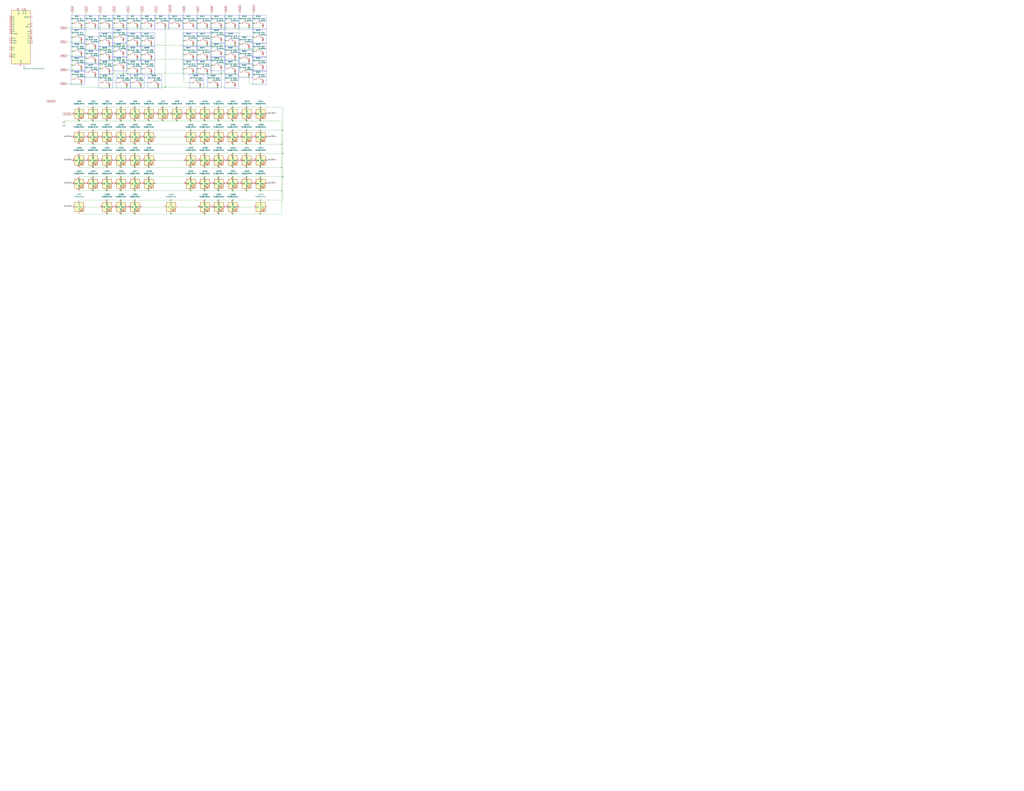
<source format=kicad_sch>
(kicad_sch (version 20231120) (generator "eeschema") (generator_version "8.0")
  (paper "E")
  (junction (at 238.76 142.24))
  (junction (at 124.46 71.12))
  (junction (at 223.52 167.64))
  (junction (at 254 157.48))
  (junction (at 116.84 132.08))
  (junction (at 109.22 74.93))
  (junction (at 132.08 157.48))
  (junction (at 271.78 53.34))
  (junction (at 162.56 132.08))
  (junction (at 154.94 74.93))
  (junction (at 116.84 167.64))
  (junction (at 308.61 193.04))
  (junction (at 254 233.68))
  (junction (at 215.9 25.4))
  (junction (at 134.62 49.53))
  (junction (at 149.86 49.53))
  (junction (at 88.9 76.2))
  (junction (at 223.52 208.28))
  (junction (at 78.74 55.88))
  (junction (at 132.08 116.84))
  (junction (at 162.56 142.24))
  (junction (at 284.48 208.28))
  (junction (at 238.76 193.04))
  (junction (at 88.9 60.96))
  (junction (at 269.24 142.24))
  (junction (at 271.78 83.82))
  (junction (at 177.8 116.84))
  (junction (at 116.84 218.44))
  (junction (at 116.84 116.84))
  (junction (at 162.56 193.04))
  (junction (at 307.34 157.48))
  (junction (at 256.54 80.01))
  (junction (at 241.3 30.48))
  (junction (at 261.62 48.26))
  (junction (at 109.22 44.45))
  (junction (at 147.32 132.08))
  (junction (at 177.8 132.08))
  (junction (at 104.14 83.82))
  (junction (at 186.69 218.44))
  (junction (at 241.3 80.01))
  (junction (at 276.86 40.64))
  (junction (at 269.24 182.88))
  (junction (at 193.04 132.08))
  (junction (at 104.14 68.58))
  (junction (at 284.48 142.24))
  (junction (at 238.76 182.88))
  (junction (at 238.76 233.68))
  (junction (at 180.34 95.25))
  (junction (at 119.38 95.25))
  (junction (at 269.24 167.64))
  (junction (at 78.74 71.12))
  (junction (at 210.82 64.77))
  (junction (at 208.28 142.24))
  (junction (at 162.56 167.64))
  (junction (at 124.46 55.88))
  (junction (at 254 218.44))
  (junction (at 246.38 59.69))
  (junction (at 284.48 182.88))
  (junction (at 223.52 193.04))
  (junction (at 256.54 49.53))
  (junction (at 226.06 49.53))
  (junction (at 132.08 132.08))
  (junction (at 101.6 142.24))
  (junction (at 162.56 157.48))
  (junction (at 139.7 44.45))
  (junction (at 88.9 91.44))
  (junction (at 101.6 208.28))
  (junction (at 223.52 157.48))
  (junction (at 138.43 95.25))
  (junction (at 132.08 167.64))
  (junction (at 147.32 116.84))
  (junction (at 165.1 64.77))
  (junction (at 208.28 157.48))
  (junction (at 116.84 208.28))
  (junction (at 218.44 95.25))
  (junction (at 147.32 167.64))
  (junction (at 276.86 25.4))
  (junction (at 200.66 44.45))
  (junction (at 132.08 193.04))
  (junction (at 93.98 48.26))
  (junction (at 223.52 132.08))
  (junction (at 231.14 25.4))
  (junction (at 162.56 182.88))
  (junction (at 241.3 49.53))
  (junction (at 284.48 132.08))
  (junction (at 271.78 30.48))
  (junction (at 269.24 132.08))
  (junction (at 93.98 25.4))
  (junction (at 238.76 167.64))
  (junction (at 223.52 182.88))
  (junction (at 254 167.64))
  (junction (at 246.38 25.4))
  (junction (at 132.08 182.88))
  (junction (at 147.32 218.44))
  (junction (at 86.36 132.08))
  (junction (at 276.86 71.12))
  (junction (at 139.7 74.93))
  (junction (at 210.82 49.53))
  (junction (at 101.6 157.48))
  (junction (at 223.52 218.44))
  (junction (at 109.22 25.4))
  (junction (at 284.48 218.44))
  (junction (at 88.9 30.48))
  (junction (at 101.6 116.84))
  (junction (at 119.38 49.53))
  (junction (at 147.32 233.68))
  (junction (at 132.08 142.24))
  (junction (at 241.3 64.77))
  (junction (at 134.62 80.01))
  (junction (at 271.78 68.58))
  (junction (at 254 182.88))
  (junction (at 223.52 142.24))
  (junction (at 147.32 208.28))
  (junction (at 231.14 55.88))
  (junction (at 307.34 208.28))
  (junction (at 186.69 233.68))
  (junction (at 284.48 193.04))
  (junction (at 147.32 142.24))
  (junction (at 116.84 157.48))
  (junction (at 226.06 80.01))
  (junction (at 165.1 80.01))
  (junction (at 134.62 64.77))
  (junction (at 139.7 25.4))
  (junction (at 93.98 63.5))
  (junction (at 78.74 40.64))
  (junction (at 215.9 74.93))
  (junction (at 208.28 193.04))
  (junction (at 269.24 157.48))
  (junction (at 101.6 132.08))
  (junction (at 238.76 157.48))
  (junction (at 162.56 208.28))
  (junction (at 226.06 64.77))
  (junction (at 254 142.24))
  (junction (at 238.76 208.28))
  (junction (at 124.46 40.64))
  (junction (at 147.32 157.48))
  (junction (at 109.22 59.69))
  (junction (at 200.66 25.4))
  (junction (at 134.62 30.48))
  (junction (at 254 193.04))
  (junction (at 307.34 182.88))
  (junction (at 261.62 25.4))
  (junction (at 215.9 44.45))
  (junction (at 215.9 59.69))
  (junction (at 246.38 44.45))
  (junction (at 180.34 30.48))
  (junction (at 116.84 233.68))
  (junction (at 284.48 233.68))
  (junction (at 226.06 30.48))
  (junction (at 261.62 63.5))
  (junction (at 132.08 218.44))
  (junction (at 256.54 64.77))
  (junction (at 254 116.84))
  (junction (at 154.94 25.4))
  (junction (at 154.94 44.45))
  (junction (at 165.1 49.53))
  (junction (at 210.82 80.01))
  (junction (at 101.6 182.88))
  (junction (at 132.08 233.68))
  (junction (at 208.28 116.84))
  (junction (at 104.14 53.34))
  (junction (at 276.86 55.88))
  (junction (at 254 208.28))
  (junction (at 149.86 30.48))
  (junction (at 154.94 59.69))
  (junction (at 147.32 193.04))
  (junction (at 172.72 95.25))
  (junction (at 88.9 45.72))
  (junction (at 139.7 59.69))
  (junction (at 208.28 132.08))
  (junction (at 208.28 167.64))
  (junction (at 238.76 116.84))
  (junction (at 104.14 30.48))
  (junction (at 231.14 40.64))
  (junction (at 116.84 142.24))
  (junction (at 101.6 193.04))
  (junction (at 208.28 182.88))
  (junction (at 101.6 167.64))
  (junction (at 284.48 167.64))
  (junction (at 238.76 132.08))
  (junction (at 147.32 182.88))
  (junction (at 200.66 59.69))
  (junction (at 284.48 157.48))
  (junction (at 200.66 74.93))
  (junction (at 308.61 167.64))
  (junction (at 223.52 233.68))
  (junction (at 269.24 116.84))
  (junction (at 119.38 64.77))
  (junction (at 238.76 218.44))
  (junction (at 308.61 142.24))
  (junction (at 284.48 116.84))
  (junction (at 254 132.08))
  (junction (at 223.52 116.84))
  (junction (at 149.86 64.77))
  (junction (at 116.84 193.04))
  (junction (at 116.84 182.88))
  (junction (at 237.49 95.25))
  (junction (at 132.08 208.28))
  (junction (at 269.24 193.04))
  (junction (at 149.86 80.01))
  (junction (at 256.54 30.48))
  (junction (at 119.38 80.01))
  (junction (at 231.14 71.12))
  (junction (at 208.28 208.28))
  (junction (at 162.56 116.84))
  (junction (at 153.67 95.25))
  (junction (at 193.04 116.84))
  (junction (at 119.38 30.48))
  (junction (at 78.74 25.4))
  (junction (at 124.46 25.4))
  (junction (at 269.24 208.28))
  (wire (pts (xy 226.06 64.77) (xy 241.3 64.77)))
  (wire (pts (xy 223.52 218.44) (xy 238.76 218.44)))
  (wire (pts (xy 139.7 44.45) (xy 139.7 59.69)))
  (wire (pts (xy 147.32 116.84) (xy 162.56 116.84)))
  (wire (pts (xy 86.36 218.44) (xy 116.84 218.44)))
  (wire (pts (xy 165.1 49.53) (xy 210.82 49.53)))
  (wire (pts (xy 149.86 64.77) (xy 165.1 64.77)))
  (wire (pts (xy 101.6 116.84) (xy 116.84 116.84)))
  (wire (pts (xy 154.94 226.06) (xy 179.07 226.06)))
  (wire (pts (xy 116.84 157.48) (xy 132.08 157.48)))
  (wire (pts (xy 200.66 59.69) (xy 200.66 74.93)))
  (wire (pts (xy 238.76 182.88) (xy 254 182.88)))
  (wire (pts (xy 271.78 83.82) (xy 256.54 83.82)))
  (wire (pts (xy 147.32 193.04) (xy 162.56 193.04)))
  (wire (pts (xy 215.9 74.93) (xy 215.9 81.28)))
  (wire (pts (xy 78.74 13.97) (xy 78.74 25.4)))
  (wire (pts (xy 132.08 208.28) (xy 147.32 208.28)))
  (wire (pts (xy 254 116.84) (xy 269.24 116.84)))
  (wire (pts (xy 165.1 64.77) (xy 210.82 64.77)))
  (wire (pts (xy 231.14 25.4) (xy 231.14 40.64)))
  (wire (pts (xy 208.28 142.24) (xy 223.52 142.24)))
  (wire (pts (xy 78.74 71.12) (xy 78.74 86.36)))
  (wire (pts (xy 271.78 68.58) (xy 256.54 68.58)))
  (wire (pts (xy 215.9 25.4) (xy 215.9 44.45)))
  (wire (pts (xy 256.54 68.58) (xy 256.54 64.77)))
  (wire (pts (xy 88.9 68.58) (xy 88.9 60.96)))
  (wire (pts (xy 101.6 157.48) (xy 116.84 157.48)))
  (wire (pts (xy 170.18 149.86) (xy 200.66 149.86)))
  (wire (pts (xy 147.32 218.44) (xy 186.69 218.44)))
  (wire (pts (xy 109.22 13.97) (xy 109.22 25.4)))
  (wire (pts (xy 276.86 40.64) (xy 276.86 55.88)))
  (wire (pts (xy 124.46 25.4) (xy 124.46 40.64)))
  (wire (pts (xy 86.36 116.84) (xy 101.6 116.84)))
  (wire (pts (xy 119.38 64.77) (xy 134.62 64.77)))
  (wire (pts (xy 208.28 167.64) (xy 223.52 167.64)))
  (wire (pts (xy 149.86 49.53) (xy 165.1 49.53)))
  (wire (pts (xy 132.08 142.24) (xy 147.32 142.24)))
  (wire (pts (xy 269.24 142.24) (xy 284.48 142.24)))
  (wire (pts (xy 86.36 193.04) (xy 101.6 193.04)))
  (wire (pts (xy 101.6 208.28) (xy 116.84 208.28)))
  (wire (pts (xy 246.38 25.4) (xy 246.38 44.45)))
  (wire (pts (xy 254 233.68) (xy 284.48 233.68)))
  (wire (pts (xy 226.06 30.48) (xy 241.3 30.48)))
  (wire (pts (xy 132.08 116.84) (xy 147.32 116.84)))
  (wire (pts (xy 256.54 53.34) (xy 271.78 53.34)))
  (wire (pts (xy 104.14 53.34) (xy 119.38 53.34)))
  (wire (pts (xy 86.36 142.24) (xy 101.6 142.24)))
  (wire (pts (xy 276.86 13.97) (xy 276.86 25.4)))
  (wire (pts (xy 154.94 13.97) (xy 154.94 25.4)))
  (wire (pts (xy 186.69 218.44) (xy 223.52 218.44)))
  (wire (pts (xy 180.34 95.25) (xy 218.44 95.25)))
  (wire (pts (xy 269.24 182.88) (xy 284.48 182.88)))
  (wire (pts (xy 261.62 226.06) (xy 276.86 226.06)))
  (wire (pts (xy 134.62 64.77) (xy 134.62 60.96)))
  (wire (pts (xy 208.28 132.08) (xy 223.52 132.08)))
  (wire (pts (xy 86.36 233.68) (xy 116.84 233.68)))
  (wire (pts (xy 308.61 142.24) (xy 308.61 116.84)))
  (wire (pts (xy 307.34 182.88) (xy 307.34 208.28)))
  (wire (pts (xy 238.76 208.28) (xy 254 208.28)))
  (wire (pts (xy 104.14 68.58) (xy 119.38 68.58)))
  (wire (pts (xy 134.62 49.53) (xy 134.62 45.72)))
  (wire (pts (xy 231.14 40.64) (xy 231.14 55.88)))
  (wire (pts (xy 139.7 25.4) (xy 139.7 44.45)))
  (wire (pts (xy 132.08 193.04) (xy 147.32 193.04)))
  (wire (pts (xy 132.08 233.68) (xy 147.32 233.68)))
  (wire (pts (xy 119.38 95.25) (xy 88.9 95.25)))
  (wire (pts (xy 134.62 30.48) (xy 149.86 30.48)))
  (wire (pts (xy 261.62 13.97) (xy 261.62 25.4)))
  (wire (pts (xy 132.08 132.08) (xy 147.32 132.08)))
  (wire (pts (xy 215.9 81.28) (xy 227.33 81.28)))
  (wire (pts (xy 241.3 49.53) (xy 241.3 45.72)))
  (wire (pts (xy 162.56 193.04) (xy 208.28 193.04)))
  (wire (pts (xy 241.3 49.53) (xy 256.54 49.53)))
  (wire (pts (xy 149.86 30.48) (xy 165.1 30.48)))
  (wire (pts (xy 116.84 116.84) (xy 132.08 116.84)))
  (wire (pts (xy 162.56 157.48) (xy 208.28 157.48)))
  (wire (pts (xy 116.84 167.64) (xy 132.08 167.64)))
  (wire (pts (xy 73.66 76.2) (xy 88.9 76.2)))
  (wire (pts (xy 147.32 132.08) (xy 162.56 132.08)))
  (wire (pts (xy 223.52 193.04) (xy 238.76 193.04)))
  (wire (pts (xy 149.86 80.01) (xy 165.1 80.01)))
  (wire (pts (xy 269.24 167.64) (xy 284.48 167.64)))
  (wire (pts (xy 109.22 74.93) (xy 109.22 90.17)))
  (wire (pts (xy 88.9 83.82) (xy 88.9 76.2)))
  (wire (pts (xy 86.36 167.64) (xy 101.6 167.64)))
  (wire (pts (xy 254 193.04) (xy 269.24 193.04)))
  (wire (pts (xy 215.9 44.45) (xy 215.9 59.69)))
  (wire (pts (xy 210.82 64.77) (xy 226.06 64.77)))
  (wire (pts (xy 147.32 157.48) (xy 162.56 157.48)))
  (wire (pts (xy 246.38 44.45) (xy 246.38 59.69)))
  (wire (pts (xy 269.24 193.04) (xy 284.48 193.04)))
  (wire (pts (xy 186.69 233.68) (xy 223.52 233.68)))
  (wire (pts (xy 241.3 30.48) (xy 256.54 30.48)))
  (wire (pts (xy 119.38 95.25) (xy 138.43 95.25)))
  (wire (pts (xy 231.14 71.12) (xy 231.14 81.28)))
  (wire (pts (xy 208.28 157.48) (xy 223.52 157.48)))
  (wire (pts (xy 287.02 76.2) (xy 271.78 76.2)))
  (wire (pts (xy 210.82 30.48) (xy 226.06 30.48)))
  (wire (pts (xy 154.94 74.93) (xy 154.94 90.17)))
  (wire (pts (xy 124.46 40.64) (xy 124.46 55.88)))
  (wire (pts (xy 208.28 193.04) (xy 223.52 193.04)))
  (wire (pts (xy 223.52 182.88) (xy 238.76 182.88)))
  (wire (pts (xy 238.76 233.68) (xy 254 233.68)))
  (wire (pts (xy 256.54 83.82) (xy 256.54 80.01)))
  (wire (pts (xy 104.14 83.82) (xy 88.9 83.82)))
  (wire (pts (xy 119.38 68.58) (xy 119.38 64.77)))
  (wire (pts (xy 104.14 30.48) (xy 119.38 30.48)))
  (wire (pts (xy 308.61 218.44) (xy 308.61 193.04)))
  (wire (pts (xy 124.46 13.97) (xy 124.46 25.4)))
  (wire (pts (xy 119.38 53.34) (xy 119.38 49.53)))
  (wire (pts (xy 109.22 59.69) (xy 109.22 74.93)))
  (wire (pts (xy 200.66 13.97) (xy 200.66 25.4)))
  (wire (pts (xy 162.56 116.84) (xy 177.8 116.84)))
  (wire (pts (xy 246.38 59.69) (xy 246.38 74.93)))
  (wire (pts (xy 284.48 218.44) (xy 308.61 218.44)))
  (wire (pts (xy 139.7 59.69) (xy 139.7 74.93)))
  (wire (pts (xy 154.94 25.4) (xy 154.94 44.45)))
  (wire (pts (xy 287.02 53.34) (xy 287.02 45.72)))
  (wire (pts (xy 109.22 44.45) (xy 109.22 59.69)))
  (wire (pts (xy 86.36 157.48) (xy 101.6 157.48)))
  (wire (pts (xy 231.14 13.97) (xy 231.14 25.4)))
  (wire (pts (xy 93.98 13.97) (xy 93.98 25.4)))
  (wire (pts (xy 124.46 71.12) (xy 124.46 90.17)))
  (wire (pts (xy 165.1 80.01) (xy 210.82 80.01)))
  (wire (pts (xy 162.56 208.28) (xy 208.28 208.28)))
  (wire (pts (xy 93.98 63.5) (xy 93.98 78.74)))
  (wire (pts (xy 223.52 167.64) (xy 238.76 167.64)))
  (wire (pts (xy 307.34 233.68) (xy 284.48 233.68)))
  (wire (pts (xy 210.82 49.53) (xy 226.06 49.53)))
  (wire (pts (xy 162.56 182.88) (xy 208.28 182.88)))
  (wire (pts (xy 200.66 74.93) (xy 200.66 90.17)))
  (wire (pts (xy 69.85 132.08) (xy 86.36 132.08)))
  (wire (pts (xy 287.02 91.44) (xy 271.78 91.44)))
  (wire (pts (xy 170.18 200.66) (xy 200.66 200.66)))
  (wire (pts (xy 210.82 80.01) (xy 226.06 80.01)))
  (wire (pts (xy 170.18 13.97) (xy 170.18 25.4)))
  (wire (pts (xy 73.66 91.44) (xy 88.9 91.44)))
  (wire (pts (xy 223.52 116.84) (xy 238.76 116.84)))
  (wire (pts (xy 254 132.08) (xy 269.24 132.08)))
  (wire (pts (xy 208.28 116.84) (xy 223.52 116.84)))
  (wire (pts (xy 231.14 55.88) (xy 231.14 71.12)))
  (wire (pts (xy 271.78 30.48) (xy 287.02 30.48)))
  (wire (pts (xy 116.84 218.44) (xy 132.08 218.44)))
  (wire (pts (xy 254 182.88) (xy 269.24 182.88)))
  (wire (pts (xy 104.14 68.58) (xy 88.9 68.58)))
  (wire (pts (xy 116.84 182.88) (xy 132.08 182.88)))
  (wire (pts (xy 237.49 95.25) (xy 256.54 95.25)))
  (wire (pts (xy 269.24 116.84) (xy 284.48 116.84)))
  (wire (pts (xy 308.61 142.24) (xy 284.48 142.24)))
  (wire (pts (xy 119.38 83.82) (xy 119.38 80.01)))
  (wire (pts (xy 238.76 142.24) (xy 254 142.24)))
  (wire (pts (xy 226.06 49.53) (xy 241.3 49.53)))
  (wire (pts (xy 238.76 116.84) (xy 254 116.84)))
  (wire (pts (xy 256.54 49.53) (xy 256.54 53.34)))
  (wire (pts (xy 154.94 44.45) (xy 154.94 59.69)))
  (wire (pts (xy 153.67 95.25) (xy 172.72 95.25)))
  (wire (pts (xy 78.74 25.4) (xy 78.74 40.64)))
  (wire (pts (xy 227.33 81.28) (xy 227.33 90.17)))
  (wire (pts (xy 147.32 182.88) (xy 162.56 182.88)))
  (wire (pts (xy 307.34 182.88) (xy 284.48 182.88)))
  (wire (pts (xy 218.44 95.25) (xy 237.49 95.25)))
  (wire (pts (xy 73.66 60.96) (xy 88.9 60.96)))
  (wire (pts (xy 93.98 48.26) (xy 93.98 63.5)))
  (wire (pts (xy 88.9 45.72) (xy 88.9 53.34)))
  (wire (pts (xy 308.61 193.04) (xy 284.48 193.04)))
  (wire (pts (xy 238.76 132.08) (xy 254 132.08)))
  (wire (pts (xy 200.66 90.17) (xy 208.28 90.17)))
  (wire (pts (xy 116.84 132.08) (xy 132.08 132.08)))
  (wire (pts (xy 147.32 142.24) (xy 162.56 142.24)))
  (wire (pts (xy 308.61 116.84) (xy 284.48 116.84)))
  (wire (pts (xy 307.34 157.48) (xy 284.48 157.48)))
  (wire (pts (xy 254 157.48) (xy 269.24 157.48)))
  (wire (pts (xy 223.52 233.68) (xy 238.76 233.68)))
  (wire (pts (xy 308.61 167.64) (xy 308.61 142.24)))
  (wire (pts (xy 276.86 25.4) (xy 276.86 40.64)))
  (wire (pts (xy 162.56 142.24) (xy 208.28 142.24)))
  (wire (pts (xy 104.14 83.82) (xy 119.38 83.82)))
  (wire (pts (xy 88.9 30.48) (xy 104.14 30.48)))
  (wire (pts (xy 154.94 90.17) (xy 162.56 90.17)))
  (wire (pts (xy 223.52 157.48) (xy 238.76 157.48)))
  (wire (pts (xy 109.22 25.4) (xy 109.22 44.45)))
  (wire (pts (xy 307.34 157.48) (xy 307.34 182.88)))
  (wire (pts (xy 238.76 193.04) (xy 254 193.04)))
  (wire (pts (xy 261.62 48.26) (xy 261.62 63.5)))
  (wire (pts (xy 269.24 132.08) (xy 284.48 132.08)))
  (wire (pts (xy 238.76 157.48) (xy 254 157.48)))
  (wire (pts (xy 200.66 25.4) (xy 200.66 44.45)))
  (wire (pts (xy 73.66 30.48) (xy 88.9 30.48)))
  (wire (pts (xy 132.08 157.48) (xy 147.32 157.48)))
  (wire (pts (xy 134.62 80.01) (xy 134.62 76.2)))
  (wire (pts (xy 101.6 193.04) (xy 116.84 193.04)))
  (wire (pts (xy 241.3 80.01) (xy 241.3 76.2)))
  (wire (pts (xy 134.62 64.77) (xy 149.86 64.77)))
  (wire (pts (xy 119.38 49.53) (xy 134.62 49.53)))
  (wire (pts (xy 254 208.28) (xy 269.24 208.28)))
  (wire (pts (xy 78.74 40.64) (xy 78.74 55.88)))
  (wire (pts (xy 246.38 81.28) (xy 246.38 90.17)))
  (wire (pts (xy 254 142.24) (xy 269.24 142.24)))
  (wire (pts (xy 78.74 55.88) (xy 78.74 71.12)))
  (wire (pts (xy 271.78 91.44) (xy 271.78 83.82)))
  (wire (pts (xy 308.61 167.64) (xy 284.48 167.64)))
  (wire (pts (xy 241.3 64.77) (xy 241.3 60.96)))
  (wire (pts (xy 170.18 175.26) (xy 200.66 175.26)))
  (wire (pts (xy 101.6 167.64) (xy 116.84 167.64)))
  (wire (pts (xy 134.62 80.01) (xy 149.86 80.01)))
  (wire (pts (xy 93.98 226.06) (xy 109.22 226.06)))
  (wire (pts (xy 226.06 80.01) (xy 241.3 80.01)))
  (wire (pts (xy 276.86 71.12) (xy 276.86 86.36)))
  (wire (pts (xy 223.52 132.08) (xy 238.76 132.08)))
  (wire (pts (xy 134.62 49.53) (xy 149.86 49.53)))
  (wire (pts (xy 193.04 116.84) (xy 208.28 116.84)))
  (wire (pts (xy 271.78 76.2) (xy 271.78 68.58)))
  (wire (pts (xy 138.43 95.25) (xy 153.67 95.25)))
  (wire (pts (xy 177.8 116.84) (xy 193.04 116.84)))
  (wire (pts (xy 254 167.64) (xy 269.24 167.64)))
  (wire (pts (xy 147.32 208.28) (xy 162.56 208.28)))
  (wire (pts (xy 307.34 208.28) (xy 307.34 233.68)))
  (wire (pts (xy 132.08 182.88) (xy 147.32 182.88)))
  (wire (pts (xy 238.76 167.64) (xy 254 167.64)))
  (wire (pts (xy 185.42 13.97) (xy 185.42 25.4)))
  (wire (pts (xy 93.98 25.4) (xy 93.98 48.26)))
  (wire (pts (xy 276.86 55.88) (xy 276.86 71.12)))
  (wire (pts (xy 162.56 167.64) (xy 208.28 167.64)))
  (wire (pts (xy 246.38 13.97) (xy 246.38 25.4)))
  (wire (pts (xy 180.34 30.48) (xy 180.34 95.25)))
  (wire (pts (xy 139.7 90.17) (xy 143.51 90.17)))
  (wire (pts (xy 215.9 13.97) (xy 215.9 25.4)))
  (wire (pts (xy 101.6 142.24) (xy 116.84 142.24)))
  (wire (pts (xy 254 218.44) (xy 284.48 218.44)))
  (wire (pts (xy 88.9 53.34) (xy 104.14 53.34)))
  (wire (pts (xy 269.24 157.48) (xy 284.48 157.48)))
  (wire (pts (xy 241.3 80.01) (xy 256.54 80.01)))
  (wire (pts (xy 241.3 64.77) (xy 256.54 64.77)))
  (wire (pts (xy 208.28 182.88) (xy 223.52 182.88)))
  (wire (pts (xy 132.08 167.64) (xy 147.32 167.64)))
  (wire (pts (xy 124.46 90.17) (xy 128.27 90.17)))
  (wire (pts (xy 116.84 193.04) (xy 132.08 193.04)))
  (wire (pts (xy 269.24 208.28) (xy 284.48 208.28)))
  (wire (pts (xy 119.38 30.48) (xy 134.62 30.48)))
  (wire (pts (xy 223.52 208.28) (xy 238.76 208.28)))
  (wire (pts (xy 177.8 132.08) (xy 193.04 132.08)))
  (wire (pts (xy 261.62 25.4) (xy 261.62 48.26)))
  (wire (pts (xy 238.76 218.44) (xy 254 218.44)))
  (wire (pts (xy 193.04 132.08) (xy 208.28 132.08)))
  (wire (pts (xy 119.38 80.01) (xy 134.62 80.01)))
  (wire (pts (xy 139.7 13.97) (xy 139.7 25.4)))
  (wire (pts (xy 215.9 59.69) (xy 215.9 74.93)))
  (wire (pts (xy 86.36 208.28) (xy 101.6 208.28)))
  (wire (pts (xy 101.6 182.88) (xy 116.84 182.88)))
  (wire (pts (xy 154.94 59.69) (xy 154.94 74.93)))
  (wire (pts (xy 208.28 208.28) (xy 223.52 208.28)))
  (wire (pts (xy 116.84 142.24) (xy 132.08 142.24)))
  (wire (pts (xy 308.61 193.04) (xy 308.61 167.64)))
  (wire (pts (xy 116.84 233.68) (xy 132.08 233.68)))
  (wire (pts (xy 223.52 142.24) (xy 238.76 142.24)))
  (wire (pts (xy 200.66 44.45) (xy 200.66 59.69)))
  (wire (pts (xy 132.08 218.44) (xy 147.32 218.44)))
  (wire (pts (xy 124.46 55.88) (xy 124.46 71.12)))
  (wire (pts (xy 284.48 132.08) (xy 307.34 132.08)))
  (wire (pts (xy 147.32 167.64) (xy 162.56 167.64)))
  (wire (pts (xy 180.34 30.48) (xy 195.58 30.48)))
  (wire (pts (xy 194.31 226.06) (xy 215.9 226.06)))
  (wire (pts (xy 147.32 233.68) (xy 186.69 233.68)))
  (wire (pts (xy 231.14 81.28) (xy 246.38 81.28)))
  (wire (pts (xy 101.6 132.08) (xy 116.84 132.08)))
  (wire (pts (xy 86.36 182.88) (xy 101.6 182.88)))
  (wire (pts (xy 307.34 132.08) (xy 307.34 157.48)))
  (wire (pts (xy 307.34 208.28) (xy 284.48 208.28)))
  (wire (pts (xy 256.54 30.48) (xy 271.78 30.48)))
  (wire (pts (xy 116.84 208.28) (xy 132.08 208.28)))
  (wire (pts (xy 88.9 95.25) (xy 88.9 91.44)))
  (wire (pts (xy 172.72 95.25) (xy 180.34 95.25)))
  (wire (pts (xy 162.56 132.08) (xy 177.8 132.08)))
  (wire (pts (xy 271.78 53.34) (xy 287.02 53.34)))
  (wire (pts (xy 73.66 45.72) (xy 88.9 45.72)))
  (wire (pts (xy 139.7 74.93) (xy 139.7 90.17)))
  (wire (pts (xy 261.62 63.5) (xy 261.62 78.74)))
  (wire (pts (xy 86.36 132.08) (xy 101.6 132.08)))
  (rectangle (start 77.47 62.23) (end 92.71 77.47))
  (rectangle (start 214.63 50.8) (end 229.87 66.04))
  (rectangle (start 123.19 16.51) (end 138.43 31.75))
  (rectangle (start 260.35 54.61) (end 275.59 69.85))
  (rectangle (start 214.63 16.51) (end 229.87 31.75))
  (rectangle (start 107.95 50.8) (end 123.19 66.04))
  (rectangle (start 275.59 77.47) (end 290.83 92.71))
  (rectangle (start 184.15 16.51) (end 199.39 31.75))
  (rectangle (start 138.43 16.51) (end 153.67 31.75))
  (rectangle (start 245.11 35.56) (end 260.35 50.8))
  (rectangle (start 229.87 62.23) (end 245.11 77.47))
  (rectangle (start 260.35 16.51) (end 275.59 31.75))
  (rectangle (start 207.01 81.28) (end 222.25 96.52))
  (rectangle (start 199.39 35.56) (end 214.63 50.8))
  (rectangle (start 245.11 81.28) (end 260.35 96.52))
  (rectangle (start 123.19 62.23) (end 138.43 77.47))
  (rectangle (start 92.71 16.51) (end 107.95 31.75))
  (rectangle (start 127 81.28) (end 142.24 96.52))
  (rectangle (start 199.39 16.51) (end 214.63 31.75))
  (rectangle (start 168.91 16.51) (end 184.15 31.75))
  (rectangle (start 153.67 66.04) (end 168.91 81.28))
  (rectangle (start 138.43 50.8) (end 153.67 66.04))
  (rectangle (start 107.95 81.28) (end 123.19 96.52))
  (rectangle (start 245.11 50.8) (end 260.35 66.04))
  (rectangle (start 226.06 81.28) (end 241.3 96.52))
  (rectangle (start 199.39 50.8) (end 214.63 66.04))
  (rectangle (start 123.19 31.75) (end 138.43 46.99))
  (rectangle (start 138.43 66.04) (end 153.67 81.28))
  (rectangle (start 107.95 16.51) (end 123.19 31.75))
  (rectangle (start 77.47 31.75) (end 92.71 46.99))
  (rectangle (start 77.47 46.99) (end 92.71 62.23))
  (rectangle (start 275.59 16.51) (end 290.83 31.75))
  (rectangle (start 77.47 77.47) (end 92.71 92.71))
  (rectangle (start 92.71 39.37) (end 107.95 54.61))
  (rectangle (start 275.59 62.23) (end 290.83 77.47))
  (rectangle (start 153.67 50.8) (end 168.91 66.04))
  (rectangle (start 107.95 66.04) (end 123.19 81.28))
  (rectangle (start 245.11 16.51) (end 260.35 31.75))
  (rectangle (start 229.87 46.99) (end 245.11 62.23))
  (rectangle (start 138.43 35.56) (end 153.67 50.8))
  (rectangle (start 260.35 39.37) (end 275.59 54.61))
  (rectangle (start 123.19 46.99) (end 138.43 62.23))
  (rectangle (start 161.29 81.28) (end 176.53 96.52))
  (rectangle (start 229.87 31.75) (end 245.11 46.99))
  (rectangle (start 153.67 35.56) (end 168.91 50.8))
  (rectangle (start 92.71 54.61) (end 107.95 69.85))
  (rectangle (start 229.87 16.51) (end 245.11 31.75))
  (rectangle (start 214.63 35.56) (end 229.87 50.8))
  (rectangle (start 275.59 46.99) (end 290.83 62.23))
  (rectangle (start 245.11 66.04) (end 260.35 81.28))
  (rectangle (start 153.67 16.51) (end 168.91 31.75))
  (rectangle (start 77.47 16.51) (end 92.71 31.75))
  (rectangle (start 275.59 31.75) (end 290.83 46.99))
  (rectangle (start 260.35 69.85) (end 275.59 85.09))
  (rectangle (start 107.95 35.56) (end 123.19 50.8))
  (rectangle (start 92.71 69.85) (end 107.95 85.09))
  (rectangle (start 214.63 66.04) (end 229.87 81.28))
  (rectangle (start 199.39 66.04) (end 214.63 81.28))
  (rectangle (start 142.24 81.28) (end 157.48 96.52))
  (label "row1DOut" (at 78.74 149.86 180))
  (label "row2DOut" (at 292.1 149.86 0))
  (label "row3DOut" (at 78.74 200.66 180))
  (label "row2DOut" (at 292.1 175.26 0))
  (label "row2DOut" (at 78.74 175.26 180))
  (label "row1DOut" (at 292.1 124.46 0))
  (label "row4DOut" (at 78.74 226.06 180))
  (label "row4DOut" (at 292.1 200.66 0))
  (global_label "COL5" (shape input) (at 154.94 13.97 90) (property "Intersheetrefs" "${INTERSHEET_REFS}" (effects (hide yes))))
  (global_label "COL11" (shape input) (at 276.86 13.97 90) (property "Intersheetrefs" "${INTERSHEET_REFS}" (effects (hide yes))))
  (global_label "COL6" (shape input) (at 200.66 13.97 90) (property "Intersheetrefs" "${INTERSHEET_REFS}" (effects (hide yes))))
  (global_label "LED_DIN" (shape input) (at 78.74 124.46 180) (property "Intersheetrefs" "${INTERSHEET_REFS}" (effects (hide yes))))
  (global_label "COL1" (shape input) (at 93.98 13.97 90) (property "Intersheetrefs" "${INTERSHEET_REFS}" (effects (hide yes))))
  (global_label "COL10" (shape input) (at 261.62 13.97 90) (property "Intersheetrefs" "${INTERSHEET_REFS}" (effects (hide yes))))
  (global_label "ROW0" (shape input) (at 73.66 30.48 180) (property "Intersheetrefs" "${INTERSHEET_REFS}" (effects (hide yes))))
  (global_label "LED_DIN" (shape input) (at 60.96 110.49 180) (property "Intersheetrefs" "${INTERSHEET_REFS}" (effects (hide yes))))
  (global_label "COL9" (shape input) (at 246.38 13.97 90) (property "Intersheetrefs" "${INTERSHEET_REFS}" (effects (hide yes))))
  (global_label "COL1" (shape input) (at 170.18 13.97 90) (property "Intersheetrefs" "${INTERSHEET_REFS}" (effects (hide yes))))
  (global_label "ROW4" (shape input) (at 73.66 91.44 180) (property "Intersheetrefs" "${INTERSHEET_REFS}" (effects (hide yes))))
  (global_label "COL3" (shape input) (at 124.46 13.97 90) (property "Intersheetrefs" "${INTERSHEET_REFS}" (effects (hide yes))))
  (global_label "ROW1" (shape input) (at 73.66 45.72 180) (property "Intersheetrefs" "${INTERSHEET_REFS}" (effects (hide yes))))
  (global_label "COL4" (shape input) (at 139.7 13.97 90) (property "Intersheetrefs" "${INTERSHEET_REFS}" (effects (hide yes))))
  (global_label "COL7" (shape input) (at 215.9 13.97 90) (property "Intersheetrefs" "${INTERSHEET_REFS}" (effects (hide yes))))
  (global_label "COL10" (shape input) (at 185.42 13.97 90) (property "Intersheetrefs" "${INTERSHEET_REFS}" (effects (hide yes))))
  (global_label "COL0" (shape input) (at 78.74 13.97 90) (property "Intersheetrefs" "${INTERSHEET_REFS}" (effects (hide yes))))
  (global_label "ROW2" (shape input) (at 73.66 60.96 180) (property "Intersheetrefs" "${INTERSHEET_REFS}" (effects (hide yes))))
  (global_label "COL2" (shape input) (at 109.22 13.97 90) (property "Intersheetrefs" "${INTERSHEET_REFS}" (effects (hide yes))))
  (global_label "ROW3" (shape input) (at 73.66 76.2 180) (property "Intersheetrefs" "${INTERSHEET_REFS}" (effects (hide yes))))
  (global_label "COL8" (shape input) (at 231.14 13.97 90) (property "Intersheetrefs" "${INTERSHEET_REFS}" (effects (hide yes))))
  (symbol (lib_id "Device:D_Small") (at 134.62 73.66 90) (unit 1)
    (property "Reference" "D33" (at 132.842 66.294 90) (effects (justify right)))
    (property "Value" "D_Small" (at 130.048 68.326 90) (effects (justify right)))
    (property "Description" "Diode, small symbol" (effects (hide yes)))
    (property "Sim.Device" "D" (effects (hide yes)))
    (property "Sim.Pins" "1=K 2=A" (effects (hide yes)))
  )
  (symbol (lib_id "Device:D_Small") (at 172.72 92.71 90) (unit 1)
    (property "Reference" "D58" (at 170.942 85.344 90) (effects (justify right)))
    (property "Value" "D_Small" (at 168.148 87.376 90) (effects (justify right)))
    (property "Description" "Diode, small symbol" (effects (hide yes)))
    (property "Sim.Device" "D" (effects (hide yes)))
    (property "Sim.Pins" "1=K 2=A" (effects (hide yes)))
  )
  (symbol (lib_id "LED:SK6812MINI") (at 238.76 226.06 0) (unit 1)
    (property "Reference" "LED67" (at 238.76 212.344 0))
    (property "Value" "SK6812MINI" (at 238.76 214.884 0))
    (property "Footprint" "LED_SMD:LED_SK6812MINI_PLCC4_3.5x3.5mm_P1.75mm" (effects (hide yes)))
    (property "Datasheet" "https://cdn-shop.adafruit.com/product-files/2686/SK6812MINI_REV.01-1-2.pdf" (effects (hide yes)))
    (property "Description" "RGB LED with integrated controller" (effects (hide yes)))
  )
  (symbol (lib_id "Switch:SW_Push") (at 160.02 74.93 0) (unit 1)
    (property "Reference" "SW39" (at 160.02 67.31 0))
    (property "Value" "SW_Push" (at 158.496 69.85 0))
    (property "Description" "Push button switch, generic, two pins" (effects (hide yes)))
  )
  (symbol (lib_id "Switch:SW_Push") (at 236.22 71.12 0) (unit 1)
    (property "Reference" "SW48" (at 236.22 63.5 0))
    (property "Value" "SW_Push" (at 234.696 66.04 0))
    (property "Description" "Push button switch, generic, two pins" (effects (hide yes)))
  )
  (symbol (lib_id "LED:SK6812MINI") (at 86.36 175.26 0) (unit 1)
    (property "Reference" "LED29" (at 86.36 161.544 0))
    (property "Value" "SK6812MINI" (at 86.36 164.084 0))
    (property "Footprint" "LED_SMD:LED_SK6812MINI_PLCC4_3.5x3.5mm_P1.75mm" (effects (hide yes)))
    (property "Datasheet" "https://cdn-shop.adafruit.com/product-files/2686/SK6812MINI_REV.01-1-2.pdf" (effects (hide yes)))
    (property "Description" "RGB LED with integrated controller" (effects (hide yes)))
  )
  (symbol (lib_id "Switch:SW_Push") (at 232.41 90.17 0) (unit 1)
    (property "Reference" "SW60" (at 232.41 82.55 0))
    (property "Value" "SW_Push" (at 230.886 85.09 0))
    (property "Description" "Push button switch, generic, two pins" (effects (hide yes)))
  )
  (symbol (lib_id "Device:D_Small") (at 195.58 27.94 90) (unit 1)
    (property "Reference" "D10" (at 193.802 20.574 90) (effects (justify right)))
    (property "Value" "D_Small" (at 191.008 22.606 90) (effects (justify right)))
    (property "Description" "Diode, small symbol" (effects (hide yes)))
    (property "Sim.Device" "D" (effects (hide yes)))
    (property "Sim.Pins" "1=K 2=A" (effects (hide yes)))
  )
  (symbol (lib_id "Device:D_Small") (at 256.54 27.94 90) (unit 1)
    (property "Reference" "D14" (at 254.762 20.574 90) (effects (justify right)))
    (property "Value" "D_Small" (at 251.968 22.606 90) (effects (justify right)))
    (property "Description" "Diode, small symbol" (effects (hide yes)))
    (property "Sim.Device" "D" (effects (hide yes)))
    (property "Sim.Pins" "1=K 2=A" (effects (hide yes)))
  )
  (symbol (lib_id "Switch:SW_Push") (at 83.82 86.36 0) (unit 1)
    (property "Reference" "SW20" (at 83.82 78.74 0))
    (property "Value" "SW_Push" (at 82.296 81.28 0))
    (property "Description" "Push button switch, generic, two pins" (effects (hide yes)))
  )
  (symbol (lib_id "Switch:SW_Push") (at 160.02 25.4 0) (unit 1)
    (property "Reference" "SW8" (at 160.02 17.78 0))
    (property "Value" "SW_Push" (at 158.496 20.32 0))
    (property "Description" "Push button switch, generic, two pins" (effects (hide yes)))
  )
  (symbol (lib_id "Device:D_Small") (at 210.82 27.94 90) (unit 1)
    (property "Reference" "D11" (at 209.042 20.574 90) (effects (justify right)))
    (property "Value" "D_Small" (at 206.248 22.606 90) (effects (justify right)))
    (property "Description" "Diode, small symbol" (effects (hide yes)))
    (property "Sim.Device" "D" (effects (hide yes)))
    (property "Sim.Pins" "1=K 2=A" (effects (hide yes)))
  )
  (symbol (lib_id "Switch:SW_Push") (at 266.7 63.5 0) (unit 1)
    (property "Reference" "SW53" (at 266.7 55.88 0))
    (property "Value" "SW_Push" (at 265.176 58.42 0))
    (property "Description" "Push button switch, generic, two pins" (effects (hide yes)))
  )
  (symbol (lib_id "Switch:SW_Push") (at 114.3 44.45 0) (unit 1)
    (property "Reference" "SW28" (at 114.3 36.83 0))
    (property "Value" "SW_Push" (at 112.776 39.37 0))
    (property "Description" "Push button switch, generic, two pins" (effects (hide yes)))
  )
  (symbol (lib_id "Device:D_Small") (at 256.54 62.23 90) (unit 1)
    (property "Reference" "D50" (at 254.762 54.864 90) (effects (justify right)))
    (property "Value" "D_Small" (at 251.968 56.896 90) (effects (justify right)))
    (property "Description" "Diode, small symbol" (effects (hide yes)))
    (property "Sim.Device" "D" (effects (hide yes)))
    (property "Sim.Pins" "1=K 2=A" (effects (hide yes)))
  )
  (symbol (lib_id "Device:D_Small") (at 165.1 62.23 90) (unit 1)
    (property "Reference" "D38" (at 163.322 54.864 90) (effects (justify right)))
    (property "Value" "D_Small" (at 160.528 56.896 90) (effects (justify right)))
    (property "Description" "Diode, small symbol" (effects (hide yes)))
    (property "Sim.Device" "D" (effects (hide yes)))
    (property "Sim.Pins" "1=K 2=A" (effects (hide yes)))
  )
  (symbol (lib_id "Device:D_Small") (at 241.3 58.42 90) (unit 1)
    (property "Reference" "D47" (at 239.522 51.054 90) (effects (justify right)))
    (property "Value" "D_Small" (at 236.728 53.086 90) (effects (justify right)))
    (property "Description" "Diode, small symbol" (effects (hide yes)))
    (property "Sim.Device" "D" (effects (hide yes)))
    (property "Sim.Pins" "1=K 2=A" (effects (hide yes)))
  )
  (symbol (lib_id "LED:SK6812MINI") (at 101.6 175.26 0) (unit 1)
    (property "Reference" "LED30" (at 101.6 161.544 0))
    (property "Value" "SK6812MINI" (at 101.6 164.084 0))
    (property "Footprint" "LED_SMD:LED_SK6812MINI_PLCC4_3.5x3.5mm_P1.75mm" (effects (hide yes)))
    (property "Datasheet" "https://cdn-shop.adafruit.com/product-files/2686/SK6812MINI_REV.01-1-2.pdf" (effects (hide yes)))
    (property "Description" "RGB LED with integrated controller" (effects (hide yes)))
  )
  (symbol (lib_id "LED:SK6812MINI") (at 177.8 124.46 0) (unit 1)
    (property "Reference" "LED7" (at 177.8 110.744 0))
    (property "Value" "SK6812MINI" (at 177.8 113.284 0))
    (property "Footprint" "LED_SMD:LED_SK6812MINI_PLCC4_3.5x3.5mm_P1.75mm" (effects (hide yes)))
    (property "Datasheet" "https://cdn-shop.adafruit.com/product-files/2686/SK6812MINI_REV.01-1-2.pdf" (effects (hide yes)))
    (property "Description" "RGB LED with integrated controller" (effects (hide yes)))
  )
  (symbol (lib_id "Device:D_Small") (at 180.34 27.94 90) (unit 1)
    (property "Reference" "D9" (at 178.562 20.574 90) (effects (justify right)))
    (property "Value" "D_Small" (at 175.768 22.606 90) (effects (justify right)))
    (property "Description" "Diode, small symbol" (effects (hide yes)))
    (property "Sim.Device" "D" (effects (hide yes)))
    (property "Sim.Pins" "1=K 2=A" (effects (hide yes)))
  )
  (symbol (lib_id "Switch:SW_Push") (at 144.78 59.69 0) (unit 1)
    (property "Reference" "SW35" (at 144.78 52.07 0))
    (property "Value" "SW_Push" (at 143.256 54.61 0))
    (property "Description" "Push button switch, generic, two pins" (effects (hide yes)))
  )
  (symbol (lib_id "Switch:SW_Push") (at 205.74 59.69 0) (unit 1)
    (property "Reference" "SW41" (at 205.74 52.07 0))
    (property "Value" "SW_Push" (at 204.216 54.61 0))
    (property "Description" "Push button switch, generic, two pins" (effects (hide yes)))
  )
  (symbol (lib_id "LED:SK6812MINI") (at 208.28 124.46 0) (unit 1)
    (property "Reference" "LED9" (at 208.28 110.744 0))
    (property "Value" "SK6812MINI" (at 208.28 113.284 0))
    (property "Footprint" "LED_SMD:LED_SK6812MINI_PLCC4_3.5x3.5mm_P1.75mm" (effects (hide yes)))
    (property "Datasheet" "https://cdn-shop.adafruit.com/product-files/2686/SK6812MINI_REV.01-1-2.pdf" (effects (hide yes)))
    (property "Description" "RGB LED with integrated controller" (effects (hide yes)))
  )
  (symbol (lib_id "Switch:SW_Push") (at 220.98 74.93 0) (unit 1)
    (property "Reference" "SW45" (at 220.98 67.31 0))
    (property "Value" "SW_Push" (at 219.456 69.85 0))
    (property "Description" "Push button switch, generic, two pins" (effects (hide yes)))
  )
  (symbol (lib_id "LED:SK6812MINI") (at 132.08 226.06 0) (unit 1)
    (property "Reference" "LED60" (at 132.08 212.344 0))
    (property "Value" "SK6812MINI" (at 132.08 214.884 0))
    (property "Footprint" "LED_SMD:LED_SK6812MINI_PLCC4_3.5x3.5mm_P1.75mm" (effects (hide yes)))
    (property "Datasheet" "https://cdn-shop.adafruit.com/product-files/2686/SK6812MINI_REV.01-1-2.pdf" (effects (hide yes)))
    (property "Description" "RGB LED with integrated controller" (effects (hide yes)))
  )
  (symbol (lib_id "Device:D_Small") (at 237.49 92.71 90) (unit 1)
    (property "Reference" "D60" (at 235.712 85.344 90) (effects (justify right)))
    (property "Value" "D_Small" (at 232.918 87.376 90) (effects (justify right)))
    (property "Description" "Diode, small symbol" (effects (hide yes)))
    (property "Sim.Device" "D" (effects (hide yes)))
    (property "Sim.Pins" "1=K 2=A" (effects (hide yes)))
  )
  (symbol (lib_id "LED:SK6812MINI") (at 284.48 124.46 0) (unit 1)
    (property "Reference" "LED14" (at 284.48 110.744 0))
    (property "Value" "SK6812MINI" (at 284.48 113.284 0))
    (property "Footprint" "LED_SMD:LED_SK6812MINI_PLCC4_3.5x3.5mm_P1.75mm" (effects (hide yes)))
    (property "Datasheet" "https://cdn-shop.adafruit.com/product-files/2686/SK6812MINI_REV.01-1-2.pdf" (effects (hide yes)))
    (property "Description" "RGB LED with integrated controller" (effects (hide yes)))
  )
  (symbol (lib_id "Device:D_Small") (at 287.02 58.42 90) (unit 1)
    (property "Reference" "D22" (at 285.242 51.054 90) (effects (justify right)))
    (property "Value" "D_Small" (at 282.448 53.086 90) (effects (justify right)))
    (property "Description" "Diode, small symbol" (effects (hide yes)))
    (property "Sim.Device" "D" (effects (hide yes)))
    (property "Sim.Pins" "1=K 2=A" (effects (hide yes)))
  )
  (symbol (lib_id "LED:SK6812MINI") (at 208.28 200.66 0) (unit 1)
    (property "Reference" "LED51" (at 208.28 186.944 0))
    (property "Value" "SK6812MINI" (at 208.28 189.484 0))
    (property "Footprint" "LED_SMD:LED_SK6812MINI_PLCC4_3.5x3.5mm_P1.75mm" (effects (hide yes)))
    (property "Datasheet" "https://cdn-shop.adafruit.com/product-files/2686/SK6812MINI_REV.01-1-2.pdf" (effects (hide yes)))
    (property "Description" "RGB LED with integrated controller" (effects (hide yes)))
  )
  (symbol (lib_id "Switch:SW_Push") (at 281.94 86.36 0) (unit 1)
    (property "Reference" "SW24" (at 281.94 78.74 0))
    (property "Value" "SW_Push" (at 280.416 81.28 0))
    (property "Description" "Push button switch, generic, two pins" (effects (hide yes)))
  )
  (symbol (lib_id "Switch:SW_Push") (at 251.46 90.17 0) (unit 1)
    (property "Reference" "SW61" (at 251.46 82.55 0))
    (property "Value" "SW_Push" (at 249.936 85.09 0))
    (property "Description" "Push button switch, generic, two pins" (effects (hide yes)))
  )
  (symbol (lib_id "Device:D_Small") (at 119.38 27.94 90) (unit 1)
    (property "Reference" "D5" (at 117.602 20.574 90) (effects (justify right)))
    (property "Value" "D_Small" (at 114.808 22.606 90) (effects (justify right)))
    (property "Description" "Diode, small symbol" (effects (hide yes)))
    (property "Sim.Device" "D" (effects (hide yes)))
    (property "Sim.Pins" "1=K 2=A" (effects (hide yes)))
  )
  (symbol (lib_id "LED:SK6812MINI") (at 284.48 200.66 0) (unit 1)
    (property "Reference" "LED56" (at 284.48 186.944 0))
    (property "Value" "SK6812MINI" (at 284.48 189.484 0))
    (property "Footprint" "LED_SMD:LED_SK6812MINI_PLCC4_3.5x3.5mm_P1.75mm" (effects (hide yes)))
    (property "Datasheet" "https://cdn-shop.adafruit.com/product-files/2686/SK6812MINI_REV.01-1-2.pdf" (effects (hide yes)))
    (property "Description" "RGB LED with integrated controller" (effects (hide yes)))
  )
  (symbol (lib_id "Device:D_Small") (at 226.06 62.23 90) (unit 1)
    (property "Reference" "D44" (at 224.282 54.864 90) (effects (justify right)))
    (property "Value" "D_Small" (at 221.488 56.896 90) (effects (justify right)))
    (property "Description" "Diode, small symbol" (effects (hide yes)))
    (property "Sim.Device" "D" (effects (hide yes)))
    (property "Sim.Pins" "1=K 2=A" (effects (hide yes)))
  )
  (symbol (lib_id "Switch:SW_Push") (at 114.3 90.17 0) (unit 1)
    (property "Reference" "SW55" (at 114.3 82.55 0))
    (property "Value" "SW_Push" (at 112.776 85.09 0))
    (property "Description" "Push button switch, generic, two pins" (effects (hide yes)))
  )
  (symbol (lib_id "Switch:SW_Push") (at 190.5 25.4 0) (unit 1)
    (property "Reference" "SW10" (at 190.5 17.78 0))
    (property "Value" "SW_Push" (at 188.976 20.32 0))
    (property "Description" "Push button switch, generic, two pins" (effects (hide yes)))
  )
  (symbol (lib_id "Switch:SW_Push") (at 83.82 71.12 0) (unit 1)
    (property "Reference" "SW19" (at 83.82 63.5 0))
    (property "Value" "SW_Push" (at 82.296 66.04 0))
    (property "Description" "Push button switch, generic, two pins" (effects (hide yes)))
  )
  (symbol (lib_id "LED:SK6812MINI") (at 284.48 175.26 0) (unit 1)
    (property "Reference" "LED42" (at 284.48 161.544 0))
    (property "Value" "SK6812MINI" (at 284.48 164.084 0))
    (property "Footprint" "LED_SMD:LED_SK6812MINI_PLCC4_3.5x3.5mm_P1.75mm" (effects (hide yes)))
    (property "Datasheet" "https://cdn-shop.adafruit.com/product-files/2686/SK6812MINI_REV.01-1-2.pdf" (effects (hide yes)))
    (property "Description" "RGB LED with integrated controller" (effects (hide yes)))
  )
  (symbol (lib_id "LED:SK6812MINI") (at 132.08 200.66 0) (unit 1)
    (property "Reference" "LED46" (at 132.08 186.944 0))
    (property "Value" "SK6812MINI" (at 132.08 189.484 0))
    (property "Footprint" "LED_SMD:LED_SK6812MINI_PLCC4_3.5x3.5mm_P1.75mm" (effects (hide yes)))
    (property "Datasheet" "https://cdn-shop.adafruit.com/product-files/2686/SK6812MINI_REV.01-1-2.pdf" (effects (hide yes)))
    (property "Description" "RGB LED with integrated controller" (effects (hide yes)))
  )
  (symbol (lib_id "Switch:SW_Push") (at 220.98 25.4 0) (unit 1)
    (property "Reference" "SW12" (at 220.98 17.78 0))
    (property "Value" "SW_Push" (at 219.456 20.32 0))
    (property "Description" "Push button switch, generic, two pins" (effects (hide yes)))
  )
  (symbol (lib_id "LED:SK6812MINI") (at 86.36 149.86 0) (unit 1)
    (property "Reference" "LED15" (at 86.36 136.144 0))
    (property "Value" "SK6812MINI" (at 86.36 138.684 0))
    (property "Footprint" "LED_SMD:LED_SK6812MINI_PLCC4_3.5x3.5mm_P1.75mm" (effects (hide yes)))
    (property "Datasheet" "https://cdn-shop.adafruit.com/product-files/2686/SK6812MINI_REV.01-1-2.pdf" (effects (hide yes)))
    (property "Description" "RGB LED with integrated controller" (effects (hide yes)))
  )
  (symbol (lib_id "Switch:SW_Push") (at 129.54 71.12 0) (unit 1)
    (property "Reference" "SW33" (at 129.54 63.5 0))
    (property "Value" "SW_Push" (at 128.016 66.04 0))
    (property "Description" "Push button switch, generic, two pins" (effects (hide yes)))
  )
  (symbol (lib_id "LED:SK6812MINI") (at 193.04 124.46 0) (unit 1)
    (property "Reference" "LED8" (at 193.04 110.744 0))
    (property "Value" "SK6812MINI" (at 193.04 113.284 0))
    (property "Footprint" "LED_SMD:LED_SK6812MINI_PLCC4_3.5x3.5mm_P1.75mm" (effects (hide yes)))
    (property "Datasheet" "https://cdn-shop.adafruit.com/product-files/2686/SK6812MINI_REV.01-1-2.pdf" (effects (hide yes)))
    (property "Description" "RGB LED with integrated controller" (effects (hide yes)))
  )
  (symbol (lib_id "LED:SK6812MINI") (at 86.36 200.66 0) (unit 1)
    (property "Reference" "LED43" (at 86.36 186.944 0))
    (property "Value" "SK6812MINI" (at 86.36 189.484 0))
    (property "Footprint" "LED_SMD:LED_SK6812MINI_PLCC4_3.5x3.5mm_P1.75mm" (effects (hide yes)))
    (property "Datasheet" "https://cdn-shop.adafruit.com/product-files/2686/SK6812MINI_REV.01-1-2.pdf" (effects (hide yes)))
    (property "Description" "RGB LED with integrated controller" (effects (hide yes)))
  )
  (symbol (lib_id "Switch:SW_Push") (at 251.46 25.4 0) (unit 1)
    (property "Reference" "SW14" (at 251.46 17.78 0))
    (property "Value" "SW_Push" (at 249.936 20.32 0))
    (property "Description" "Push button switch, generic, two pins" (effects (hide yes)))
  )
  (symbol (lib_id "Switch:SW_Push") (at 129.54 25.4 0) (unit 1)
    (property "Reference" "SW6" (at 129.54 17.78 0))
    (property "Value" "SW_Push" (at 128.016 20.32 0))
    (property "Description" "Push button switch, generic, two pins" (effects (hide yes)))
  )
  (symbol (lib_id "Device:D_Small") (at 165.1 46.99 90) (unit 1)
    (property "Reference" "D37" (at 163.322 39.624 90) (effects (justify right)))
    (property "Value" "D_Small" (at 160.528 41.656 90) (effects (justify right)))
    (property "Description" "Diode, small symbol" (effects (hide yes)))
    (property "Sim.Device" "D" (effects (hide yes)))
    (property "Sim.Pins" "1=K 2=A" (effects (hide yes)))
  )
  (symbol (lib_id "Device:D_Small") (at 88.9 88.9 90) (unit 1)
    (property "Reference" "D20" (at 87.122 81.534 90) (effects (justify right)))
    (property "Value" "D_Small" (at 84.328 83.566 90) (effects (justify right)))
    (property "Description" "Diode, small symbol" (effects (hide yes)))
    (property "Sim.Device" "D" (effects (hide yes)))
    (property "Sim.Pins" "1=K 2=A" (effects (hide yes)))
  )
  (symbol (lib_id "LED:SK6812MINI") (at 223.52 226.06 0) (unit 1)
    (property "Reference" "LED66" (at 223.52 212.344 0))
    (property "Value" "SK6812MINI" (at 223.52 214.884 0))
    (property "Footprint" "LED_SMD:LED_SK6812MINI_PLCC4_3.5x3.5mm_P1.75mm" (effects (hide yes)))
    (property "Datasheet" "https://cdn-shop.adafruit.com/product-files/2686/SK6812MINI_REV.01-1-2.pdf" (effects (hide yes)))
    (property "Description" "RGB LED with integrated controller" (effects (hide yes)))
  )
  (symbol (lib_id "Switch:SW_Push") (at 99.06 78.74 0) (unit 1)
    (property "Reference" "SW27" (at 99.06 71.12 0))
    (property "Value" "SW_Push" (at 97.536 73.66 0))
    (property "Description" "Push button switch, generic, two pins" (effects (hide yes)))
  )
  (symbol (lib_id "LED:SK6812MINI") (at 238.76 124.46 0) (unit 1)
    (property "Reference" "LED11" (at 238.76 110.744 0))
    (property "Value" "SK6812MINI" (at 238.76 113.284 0))
    (property "Footprint" "LED_SMD:LED_SK6812MINI_PLCC4_3.5x3.5mm_P1.75mm" (effects (hide yes)))
    (property "Datasheet" "https://cdn-shop.adafruit.com/product-files/2686/SK6812MINI_REV.01-1-2.pdf" (effects (hide yes)))
    (property "Description" "RGB LED with integrated controller" (effects (hide yes)))
  )
  (symbol (lib_id "LED:SK6812MINI") (at 101.6 200.66 0) (unit 1)
    (property "Reference" "LED44" (at 101.6 186.944 0))
    (property "Value" "SK6812MINI" (at 101.6 189.484 0))
    (property "Footprint" "LED_SMD:LED_SK6812MINI_PLCC4_3.5x3.5mm_P1.75mm" (effects (hide yes)))
    (property "Datasheet" "https://cdn-shop.adafruit.com/product-files/2686/SK6812MINI_REV.01-1-2.pdf" (effects (hide yes)))
    (property "Description" "RGB LED with integrated controller" (effects (hide yes)))
  )
  (symbol (lib_id "Switch:SW_Push") (at 281.94 55.88 0) (unit 1)
    (property "Reference" "SW22" (at 281.94 48.26 0))
    (property "Value" "SW_Push" (at 280.416 50.8 0))
    (property "Description" "Push button switch, generic, two pins" (effects (hide yes)))
  )
  (symbol (lib_id "Switch:SW_Push") (at 266.7 48.26 0) (unit 1)
    (property "Reference" "SW52" (at 266.7 40.64 0))
    (property "Value" "SW_Push" (at 265.176 43.18 0))
    (property "Description" "Push button switch, generic, two pins" (effects (hide yes)))
  )
  (symbol (lib_id "LED:SK6812MINI") (at 269.24 124.46 0) (unit 1)
    (property "Reference" "LED13" (at 269.24 110.744 0))
    (property "Value" "SK6812MINI" (at 269.24 113.284 0))
    (property "Footprint" "LED_SMD:LED_SK6812MINI_PLCC4_3.5x3.5mm_P1.75mm" (effects (hide yes)))
    (property "Datasheet" "https://cdn-shop.adafruit.com/product-files/2686/SK6812MINI_REV.01-1-2.pdf" (effects (hide yes)))
    (property "Description" "RGB LED with integrated controller" (effects (hide yes)))
  )
  (symbol (lib_id "Device:D_Small") (at 119.38 62.23 90) (unit 1)
    (property "Reference" "D29" (at 117.602 54.864 90) (effects (justify right)))
    (property "Value" "D_Small" (at 114.808 56.896 90) (effects (justify right)))
    (property "Description" "Diode, small symbol" (effects (hide yes)))
    (property "Sim.Device" "D" (effects (hide yes)))
    (property "Sim.Pins" "1=K 2=A" (effects (hide yes)))
  )
  (symbol (lib_id "Device:D_Small") (at 287.02 88.9 90) (unit 1)
    (property "Reference" "D24" (at 285.242 81.534 90) (effects (justify right)))
    (property "Value" "D_Small" (at 282.448 83.566 90) (effects (justify right)))
    (property "Description" "Diode, small symbol" (effects (hide yes)))
    (property "Sim.Device" "D" (effects (hide yes)))
    (property "Sim.Pins" "1=K 2=A" (effects (hide yes)))
  )
  (symbol (lib_id "Switch:SW_Push") (at 251.46 59.69 0) (unit 1)
    (property "Reference" "SW50" (at 251.46 52.07 0))
    (property "Value" "SW_Push" (at 249.936 54.61 0))
    (property "Description" "Push button switch, generic, two pins" (effects (hide yes)))
  )
  (symbol (lib_id "Device:D_Small") (at 134.62 43.18 90) (unit 1)
    (property "Reference" "D31" (at 132.842 35.814 90) (effects (justify right)))
    (property "Value" "D_Small" (at 130.048 37.846 90) (effects (justify right)))
    (property "Description" "Diode, small symbol" (effects (hide yes)))
    (property "Sim.Device" "D" (effects (hide yes)))
    (property "Sim.Pins" "1=K 2=A" (effects (hide yes)))
  )
  (symbol (lib_id "Device:D_Small") (at 287.02 43.18 90) (unit 1)
    (property "Reference" "D21" (at 285.242 35.814 90) (effects (justify right)))
    (property "Value" "D_Small" (at 282.448 37.846 90) (effects (justify right)))
    (property "Description" "Diode, small symbol" (effects (hide yes)))
    (property "Sim.Device" "D" (effects (hide yes)))
    (property "Sim.Pins" "1=K 2=A" (effects (hide yes)))
  )
  (symbol (lib_id "LED:SK6812MINI") (at 162.56 200.66 0) (unit 1)
    (property "Reference" "LED48" (at 162.56 186.944 0))
    (property "Value" "SK6812MINI" (at 162.56 189.484 0))
    (property "Footprint" "LED_SMD:LED_SK6812MINI_PLCC4_3.5x3.5mm_P1.75mm" (effects (hide yes)))
    (property "Datasheet" "https://cdn-shop.adafruit.com/product-files/2686/SK6812MINI_REV.01-1-2.pdf" (effects (hide yes)))
    (property "Description" "RGB LED with integrated controller" (effects (hide yes)))
  )
  (symbol (lib_id "Switch:SW_Push") (at 160.02 44.45 0) (unit 1)
    (property "Reference" "SW37" (at 160.02 36.83 0))
    (property "Value" "SW_Push" (at 158.496 39.37 0))
    (property "Description" "Push button switch, generic, two pins" (effects (hide yes)))
  )
  (symbol (lib_id "LED:SK6812MINI") (at 132.08 124.46 0) (unit 1)
    (property "Reference" "LED4" (at 132.08 110.744 0))
    (property "Value" "SK6812MINI" (at 132.08 113.284 0))
    (property "Footprint" "LED_SMD:LED_SK6812MINI_PLCC4_3.5x3.5mm_P1.75mm" (effects (hide yes)))
    (property "Datasheet" "https://cdn-shop.adafruit.com/product-files/2686/SK6812MINI_REV.01-1-2.pdf" (effects (hide yes)))
    (property "Description" "RGB LED with integrated controller" (effects (hide yes)))
  )
  (symbol (lib_id "LED:SK6812MINI") (at 132.08 149.86 0) (unit 1)
    (property "Reference" "LED18" (at 132.08 136.144 0))
    (property "Value" "SK6812MINI" (at 132.08 138.684 0))
    (property "Footprint" "LED_SMD:LED_SK6812MINI_PLCC4_3.5x3.5mm_P1.75mm" (effects (hide yes)))
    (property "Datasheet" "https://cdn-shop.adafruit.com/product-files/2686/SK6812MINI_REV.01-1-2.pdf" (effects (hide yes)))
    (property "Description" "RGB LED with integrated controller" (effects (hide yes)))
  )
  (symbol (lib_id "Device:D_Small") (at 271.78 27.94 90) (unit 1)
    (property "Reference" "D15" (at 270.002 20.574 90) (effects (justify right)))
    (property "Value" "D_Small" (at 267.208 22.606 90) (effects (justify right)))
    (property "Description" "Diode, small symbol" (effects (hide yes)))
    (property "Sim.Device" "D" (effects (hide yes)))
    (property "Sim.Pins" "1=K 2=A" (effects (hide yes)))
  )
  (symbol (lib_id "Device:D_Small") (at 149.86 62.23 90) (unit 1)
    (property "Reference" "D35" (at 148.082 54.864 90) (effects (justify right)))
    (property "Value" "D_Small" (at 145.288 56.896 90) (effects (justify right)))
    (property "Description" "Diode, small symbol" (effects (hide yes)))
    (property "Sim.Device" "D" (effects (hide yes)))
    (property "Sim.Pins" "1=K 2=A" (effects (hide yes)))
  )
  (symbol (lib_id "LED:SK6812MINI") (at 208.28 149.86 0) (unit 1)
    (property "Reference" "LED23" (at 208.28 136.144 0))
    (property "Value" "SK6812MINI" (at 208.28 138.684 0))
    (property "Footprint" "LED_SMD:LED_SK6812MINI_PLCC4_3.5x3.5mm_P1.75mm" (effects (hide yes)))
    (property "Datasheet" "https://cdn-shop.adafruit.com/product-files/2686/SK6812MINI_REV.01-1-2.pdf" (effects (hide yes)))
    (property "Description" "RGB LED with integrated controller" (effects (hide yes)))
  )
  (symbol (lib_id "LED:SK6812MINI") (at 86.36 226.06 0) (unit 1)
    (property "Reference" "LED57" (at 86.36 212.344 0))
    (property "Value" "SK6812MINI" (at 86.36 214.884 0))
    (property "Footprint" "LED_SMD:LED_SK6812MINI_PLCC4_3.5x3.5mm_P1.75mm" (effects (hide yes)))
    (property "Datasheet" "https://cdn-shop.adafruit.com/product-files/2686/SK6812MINI_REV.01-1-2.pdf" (effects (hide yes)))
    (property "Description" "RGB LED with integrated controller" (effects (hide yes)))
  )
  (symbol (lib_id "LED:SK6812MINI") (at 284.48 149.86 0) (unit 1)
    (property "Reference" "LED28" (at 284.48 136.144 0))
    (property "Value" "SK6812MINI" (at 284.48 138.684 0))
    (property "Footprint" "LED_SMD:LED_SK6812MINI_PLCC4_3.5x3.5mm_P1.75mm" (effects (hide yes)))
    (property "Datasheet" "https://cdn-shop.adafruit.com/product-files/2686/SK6812MINI_REV.01-1-2.pdf" (effects (hide yes)))
    (property "Description" "RGB LED with integrated controller" (effects (hide yes)))
  )
  (symbol (lib_id "Device:D_Small") (at 241.3 73.66 90) (unit 1)
    (property "Reference" "D48" (at 239.522 66.294 90) (effects (justify right)))
    (property "Value" "D_Small" (at 236.728 68.326 90) (effects (justify right)))
    (property "Description" "Diode, small symbol" (effects (hide yes)))
    (property "Sim.Device" "D" (effects (hide yes)))
    (property "Sim.Pins" "1=K 2=A" (effects (hide yes)))
  )
  (symbol (lib_id "Switch:SW_Push") (at 236.22 40.64 0) (unit 1)
    (property "Reference" "SW46" (at 236.22 33.02 0))
    (property "Value" "SW_Push" (at 234.696 35.56 0))
    (property "Description" "Push button switch, generic, two pins" (effects (hide yes)))
  )
  (symbol (lib_id "Switch:SW_Push") (at 114.3 74.93 0) (unit 1)
    (property "Reference" "SW30" (at 114.3 67.31 0))
    (property "Value" "SW_Push" (at 112.776 69.85 0))
    (property "Description" "Push button switch, generic, two pins" (effects (hide yes)))
  )
  (symbol (lib_id "LED:SK6812MINI") (at 269.24 200.66 0) (unit 1)
    (property "Reference" "LED55" (at 269.24 186.944 0))
    (property "Value" "SK6812MINI" (at 269.24 189.484 0))
    (property "Footprint" "LED_SMD:LED_SK6812MINI_PLCC4_3.5x3.5mm_P1.75mm" (effects (hide yes)))
    (property "Datasheet" "https://cdn-shop.adafruit.com/product-files/2686/SK6812MINI_REV.01-1-2.pdf" (effects (hide yes)))
    (property "Description" "RGB LED with integrated controller" (effects (hide yes)))
  )
  (symbol (lib_id "Device:D_Small") (at 104.14 66.04 90) (unit 1)
    (property "Reference" "D26" (at 102.362 58.674 90) (effects (justify right)))
    (property "Value" "D_Small" (at 99.568 60.706 90) (effects (justify right)))
    (property "Description" "Diode, small symbol" (effects (hide yes)))
    (property "Sim.Device" "D" (effects (hide yes)))
    (property "Sim.Pins" "1=K 2=A" (effects (hide yes)))
  )
  (symbol (lib_id "Device:D_Small") (at 218.44 92.71 90) (unit 1)
    (property "Reference" "D59" (at 216.662 85.344 90) (effects (justify right)))
    (property "Value" "D_Small" (at 213.868 87.376 90) (effects (justify right)))
    (property "Description" "Diode, small symbol" (effects (hide yes)))
    (property "Sim.Device" "D" (effects (hide yes)))
    (property "Sim.Pins" "1=K 2=A" (effects (hide yes)))
  )
  (symbol (lib_id "Switch:SW_Push") (at 220.98 44.45 0) (unit 1)
    (property "Reference" "SW43" (at 220.98 36.83 0))
    (property "Value" "SW_Push" (at 219.456 39.37 0))
    (property "Description" "Push button switch, generic, two pins" (effects (hide yes)))
  )
  (symbol (lib_id "Device:D_Small") (at 88.9 58.42 90) (unit 1)
    (property "Reference" "D18" (at 87.122 51.054 90) (effects (justify right)))
    (property "Value" "D_Small" (at 84.328 53.086 90) (effects (justify right)))
    (property "Description" "Diode, small symbol" (effects (hide yes)))
    (property "Sim.Device" "D" (effects (hide yes)))
    (property "Sim.Pins" "1=K 2=A" (effects (hide yes)))
  )
  (symbol (lib_id "Device:D_Small") (at 165.1 77.47 90) (unit 1)
    (property "Reference" "D39" (at 163.322 70.104 90) (effects (justify right)))
    (property "Value" "D_Small" (at 160.528 72.136 90) (effects (justify right)))
    (property "Description" "Diode, small symbol" (effects (hide yes)))
    (property "Sim.Device" "D" (effects (hide yes)))
    (property "Sim.Pins" "1=K 2=A" (effects (hide yes)))
  )
  (symbol (lib_id "Device:D_Small") (at 287.02 73.66 90) (unit 1)
    (property "Reference" "D23" (at 285.242 66.294 90) (effects (justify right)))
    (property "Value" "D_Small" (at 282.448 68.326 90) (effects (justify right)))
    (property "Description" "Diode, small symbol" (effects (hide yes)))
    (property "Sim.Device" "D" (effects (hide yes)))
    (property "Sim.Pins" "1=K 2=A" (effects (hide yes)))
  )
  (symbol (lib_id "Device:D_Small") (at 149.86 27.94 90) (unit 1)
    (property "Reference" "D7" (at 148.082 20.574 90) (effects (justify right)))
    (property "Value" "D_Small" (at 145.288 22.606 90) (effects (justify right)))
    (property "Description" "Diode, small symbol" (effects (hide yes)))
    (property "Sim.Device" "D" (effects (hide yes)))
    (property "Sim.Pins" "1=K 2=A" (effects (hide yes)))
  )
  (symbol (lib_id "Device:D_Small") (at 256.54 92.71 90) (unit 1)
    (property "Reference" "D61" (at 254.762 85.344 90) (effects (justify right)))
    (property "Value" "D_Small" (at 251.968 87.376 90) (effects (justify right)))
    (property "Description" "Diode, small symbol" (effects (hide yes)))
    (property "Sim.Device" "D" (effects (hide yes)))
    (property "Sim.Pins" "1=K 2=A" (effects (hide yes)))
  )
  (symbol (lib_id "LED:SK6812MINI") (at 238.76 200.66 0) (unit 1)
    (property "Reference" "LED53" (at 238.76 186.944 0))
    (property "Value" "SK6812MINI" (at 238.76 189.484 0))
    (property "Footprint" "LED_SMD:LED_SK6812MINI_PLCC4_3.5x3.5mm_P1.75mm" (effects (hide yes)))
    (property "Datasheet" "https://cdn-shop.adafruit.com/product-files/2686/SK6812MINI_REV.01-1-2.pdf" (effects (hide yes)))
    (property "Description" "RGB LED with integrated controller" (effects (hide yes)))
  )
  (symbol (lib_id "Switch:SW_Push") (at 133.35 90.17 0) (unit 1)
    (property "Reference" "SW56" (at 133.35 82.55 0))
    (property "Value" "SW_Push" (at 131.826 85.09 0))
    (property "Description" "Push button switch, generic, two pins" (effects (hide yes)))
  )
  (symbol (lib_id "MCU_Module:Adafruit_Feather_Generic") (at 22.86 39.37 0) (unit 1)
    (property "Reference" "A1" (at 25.0541 72.39 0) (effects (justify left)))
    (property "Value" "Adafruit_Feather_Generic" (at 25.0541 74.93 0) (effects (justify left)))
    (property "Footprint" "Module:Adafruit_Feather" (effects (hide yes)))
    (property "Datasheet" "https://cdn-learn.adafruit.com/downloads/pdf/adafruit-feather.pdf" (effects (hide yes)))
    (property "Description" "Microcontroller module in various flavor, generic symbol" (effects (hide yes)))
  )
  (symbol (lib_id "Device:D_Small") (at 210.82 46.99 90) (unit 1)
    (property "Reference" "D40" (at 209.042 39.624 90) (effects (justify right)))
    (property "Value" "D_Small" (at 206.248 41.656 90) (effects (justify right)))
    (property "Description" "Diode, small symbol" (effects (hide yes)))
    (property "Sim.Device" "D" (effects (hide yes)))
    (property "Sim.Pins" "1=K 2=A" (effects (hide yes)))
  )
  (symbol (lib_id "Device:D_Small") (at 88.9 27.94 90) (unit 1)
    (property "Reference" "D1" (at 87.122 20.574 90) (effects (justify right)))
    (property "Value" "D_Small" (at 84.328 22.606 90) (effects (justify right)))
    (property "Description" "Diode, small symbol" (effects (hide yes)))
    (property "Sim.Device" "D" (effects (hide yes)))
    (property "Sim.Pins" "1=K 2=A" (effects (hide yes)))
  )
  (symbol (lib_id "Switch:SW_Push") (at 83.82 55.88 0) (unit 1)
    (property "Reference" "SW18" (at 83.82 48.26 0))
    (property "Value" "SW_Push" (at 82.296 50.8 0))
    (property "Description" "Push button switch, generic, two pins" (effects (hide yes)))
  )
  (symbol (lib_id "Switch:SW_Push") (at 83.82 40.64 0) (unit 1)
    (property "Reference" "SW17" (at 83.82 33.02 0))
    (property "Value" "SW_Push" (at 82.296 35.56 0))
    (property "Description" "Push button switch, generic, two pins" (effects (hide yes)))
  )
  (symbol (lib_id "LED:SK6812MINI") (at 269.24 175.26 0) (unit 1)
    (property "Reference" "LED41" (at 269.24 161.544 0))
    (property "Value" "SK6812MINI" (at 269.24 164.084 0))
    (property "Footprint" "LED_SMD:LED_SK6812MINI_PLCC4_3.5x3.5mm_P1.75mm" (effects (hide yes)))
    (property "Datasheet" "https://cdn-shop.adafruit.com/product-files/2686/SK6812MINI_REV.01-1-2.pdf" (effects (hide yes)))
    (property "Description" "RGB LED with integrated controller" (effects (hide yes)))
  )
  (symbol (lib_id "LED:SK6812MINI") (at 186.69 226.06 0) (unit 1)
    (property "Reference" "LED63" (at 186.69 212.344 0))
    (property "Value" "SK6812MINI" (at 186.69 214.884 0))
    (property "Footprint" "LED_SMD:LED_SK6812MINI_PLCC4_3.5x3.5mm_P1.75mm" (effects (hide yes)))
    (property "Datasheet" "https://cdn-shop.adafruit.com/product-files/2686/SK6812MINI_REV.01-1-2.pdf" (effects (hide yes)))
    (property "Description" "RGB LED with integrated controller" (effects (hide yes)))
  )
  (symbol (lib_id "Switch:SW_Push") (at 99.06 63.5 0) (unit 1)
    (property "Reference" "SW26" (at 99.06 55.88 0))
    (property "Value" "SW_Push" (at 97.536 58.42 0))
    (property "Description" "Push button switch, generic, two pins" (effects (hide yes)))
  )
  (symbol (lib_id "Device:D_Small") (at 241.3 27.94 90) (unit 1)
    (property "Reference" "D13" (at 239.522 20.574 90) (effects (justify right)))
    (property "Value" "D_Small" (at 236.728 22.606 90) (effects (justify right)))
    (property "Description" "Diode, small symbol" (effects (hide yes)))
    (property "Sim.Device" "D" (effects (hide yes)))
    (property "Sim.Pins" "1=K 2=A" (effects (hide yes)))
  )
  (symbol (lib_id "Switch:SW_Push") (at 205.74 74.93 0) (unit 1)
    (property "Reference" "SW42" (at 205.74 67.31 0))
    (property "Value" "SW_Push" (at 204.216 69.85 0))
    (property "Description" "Push button switch, generic, two pins" (effects (hide yes)))
  )
  (symbol (lib_id "LED:SK6812MINI") (at 116.84 149.86 0) (unit 1)
    (property "Reference" "LED17" (at 116.84 136.144 0))
    (property "Value" "SK6812MINI" (at 116.84 138.684 0))
    (property "Footprint" "LED_SMD:LED_SK6812MINI_PLCC4_3.5x3.5mm_P1.75mm" (effects (hide yes)))
    (property "Datasheet" "https://cdn-shop.adafruit.com/product-files/2686/SK6812MINI_REV.01-1-2.pdf" (effects (hide yes)))
    (property "Description" "RGB LED with integrated controller" (effects (hide yes)))
  )
  (symbol (lib_id "LED:SK6812MINI") (at 147.32 124.46 0) (unit 1)
    (property "Reference" "LED5" (at 147.32 110.744 0))
    (property "Value" "SK6812MINI" (at 147.32 113.284 0))
    (property "Footprint" "LED_SMD:LED_SK6812MINI_PLCC4_3.5x3.5mm_P1.75mm" (effects (hide yes)))
    (property "Datasheet" "https://cdn-shop.adafruit.com/product-files/2686/SK6812MINI_REV.01-1-2.pdf" (effects (hide yes)))
    (property "Description" "RGB LED with integrated controller" (effects (hide yes)))
  )
  (symbol (lib_id "Switch:SW_Push") (at 144.78 25.4 0) (unit 1)
    (property "Reference" "SW7" (at 144.78 17.78 0))
    (property "Value" "SW_Push" (at 143.256 20.32 0))
    (property "Description" "Push button switch, generic, two pins" (effects (hide yes)))
  )
  (symbol (lib_id "LED:SK6812MINI") (at 86.36 124.46 0) (unit 1)
    (property "Reference" "LED0" (at 86.36 110.744 0))
    (property "Value" "SK6812MINI" (at 86.36 113.284 0))
    (property "Footprint" "LED_SMD:LED_SK6812MINI_PLCC4_3.5x3.5mm_P1.75mm" (effects (hide yes)))
    (property "Datasheet" "https://cdn-shop.adafruit.com/product-files/2686/SK6812MINI_REV.01-1-2.pdf" (effects (hide yes)))
    (property "Description" "RGB LED with integrated controller" (effects (hide yes)))
  )
  (symbol (lib_id "LED:SK6812MINI") (at 254 175.26 0) (unit 1)
    (property "Reference" "LED40" (at 254 161.544 0))
    (property "Value" "SK6812MINI" (at 254 164.084 0))
    (property "Footprint" "LED_SMD:LED_SK6812MINI_PLCC4_3.5x3.5mm_P1.75mm" (effects (hide yes)))
    (property "Datasheet" "https://cdn-shop.adafruit.com/product-files/2686/SK6812MINI_REV.01-1-2.pdf" (effects (hide yes)))
    (property "Description" "RGB LED with integrated controller" (effects (hide yes)))
  )
  (symbol (lib_id "Switch:SW_Push") (at 148.59 90.17 0) (unit 1)
    (property "Reference" "SW57" (at 148.59 82.55 0))
    (property "Value" "SW_Push" (at 147.066 85.09 0))
    (property "Description" "Push button switch, generic, two pins" (effects (hide yes)))
  )
  (symbol (lib_id "LED:SK6812MINI") (at 162.56 149.86 0) (unit 1)
    (property "Reference" "LED20" (at 162.56 136.144 0))
    (property "Value" "SK6812MINI" (at 162.56 138.684 0))
    (property "Footprint" "LED_SMD:LED_SK6812MINI_PLCC4_3.5x3.5mm_P1.75mm" (effects (hide yes)))
    (property "Datasheet" "https://cdn-shop.adafruit.com/product-files/2686/SK6812MINI_REV.01-1-2.pdf" (effects (hide yes)))
    (property "Description" "RGB LED with integrated controller" (effects (hide yes)))
  )
  (symbol (lib_id "Device:D_Small") (at 119.38 92.71 90) (unit 1)
    (property "Reference" "D55" (at 117.602 85.344 90) (effects (justify right)))
    (property "Value" "D_Small" (at 114.808 87.376 90) (effects (justify right)))
    (property "Description" "Diode, small symbol" (effects (hide yes)))
    (property "Sim.Device" "D" (effects (hide yes)))
    (property "Sim.Pins" "1=K 2=A" (effects (hide yes)))
  )
  (symbol (lib_id "Device:D_Small") (at 256.54 77.47 90) (unit 1)
    (property "Reference" "D51" (at 254.762 70.104 90) (effects (justify right)))
    (property "Value" "D_Small" (at 251.968 72.136 90) (effects (justify right)))
    (property "Description" "Diode, small symbol" (effects (hide yes)))
    (property "Sim.Device" "D" (effects (hide yes)))
    (property "Sim.Pins" "1=K 2=A" (effects (hide yes)))
  )
  (symbol (lib_id "Switch:SW_Push") (at 175.26 25.4 0) (unit 1)
    (property "Reference" "SW9" (at 175.26 17.78 0))
    (property "Value" "SW_Push" (at 173.736 20.32 0))
    (property "Description" "Push button switch, generic, two pins" (effects (hide yes)))
  )
  (symbol (lib_id "LED:SK6812MINI") (at 147.32 200.66 0) (unit 1)
    (property "Reference" "LED47" (at 147.32 186.944 0))
    (property "Value" "SK6812MINI" (at 147.32 189.484 0))
    (property "Footprint" "LED_SMD:LED_SK6812MINI_PLCC4_3.5x3.5mm_P1.75mm" (effects (hide yes)))
    (property "Datasheet" "https://cdn-shop.adafruit.com/product-files/2686/SK6812MINI_REV.01-1-2.pdf" (effects (hide yes)))
    (property "Description" "RGB LED with integrated controller" (effects (hide yes)))
  )
  (symbol (lib_id "LED:SK6812MINI") (at 132.08 175.26 0) (unit 1)
    (property "Reference" "LED32" (at 132.08 161.544 0))
    (property "Value" "SK6812MINI" (at 132.08 164.084 0))
    (property "Footprint" "LED_SMD:LED_SK6812MINI_PLCC4_3.5x3.5mm_P1.75mm" (effects (hide yes)))
    (property "Datasheet" "https://cdn-shop.adafruit.com/product-files/2686/SK6812MINI_REV.01-1-2.pdf" (effects (hide yes)))
    (property "Description" "RGB LED with integrated controller" (effects (hide yes)))
  )
  (symbol (lib_id "Device:D_Small") (at 134.62 58.42 90) (unit 1)
    (property "Reference" "D32" (at 132.842 51.054 90) (effects (justify right)))
    (property "Value" "D_Small" (at 130.048 53.086 90) (effects (justify right)))
    (property "Description" "Diode, small symbol" (effects (hide yes)))
    (property "Sim.Device" "D" (effects (hide yes)))
    (property "Sim.Pins" "1=K 2=A" (effects (hide yes)))
  )
  (symbol (lib_id "Switch:SW_Push") (at 205.74 25.4 0) (unit 1)
    (property "Reference" "SW11" (at 205.74 17.78 0))
    (property "Value" "SW_Push" (at 204.216 20.32 0))
    (property "Description" "Push button switch, generic, two pins" (effects (hide yes)))
  )
  (symbol (lib_id "Device:D_Small") (at 271.78 66.04 90) (unit 1)
    (property "Reference" "D53" (at 270.002 58.674 90) (effects (justify right)))
    (property "Value" "D_Small" (at 267.208 60.706 90) (effects (justify right)))
    (property "Description" "Diode, small symbol" (effects (hide yes)))
    (property "Sim.Device" "D" (effects (hide yes)))
    (property "Sim.Pins" "1=K 2=A" (effects (hide yes)))
  )
  (symbol (lib_id "Switch:SW_Push") (at 144.78 74.93 0) (unit 1)
    (property "Reference" "SW36" (at 144.78 67.31 0))
    (property "Value" "SW_Push" (at 143.256 69.85 0))
    (property "Description" "Push button switch, generic, two pins" (effects (hide yes)))
  )
  (symbol (lib_id "Switch:SW_Push") (at 281.94 40.64 0) (unit 1)
    (property "Reference" "SW21" (at 281.94 33.02 0))
    (property "Value" "SW_Push" (at 280.416 35.56 0))
    (property "Description" "Push button switch, generic, two pins" (effects (hide yes)))
  )
  (symbol (lib_id "Device:D_Small") (at 149.86 46.99 90) (unit 1)
    (property "Reference" "D34" (at 148.082 39.624 90) (effects (justify right)))
    (property "Value" "D_Small" (at 145.288 41.656 90) (effects (justify right)))
    (property "Description" "Diode, small symbol" (effects (hide yes)))
    (property "Sim.Device" "D" (effects (hide yes)))
    (property "Sim.Pins" "1=K 2=A" (effects (hide yes)))
  )
  (symbol (lib_id "Device:D_Small") (at 88.9 73.66 90) (unit 1)
    (property "Reference" "D19" (at 87.122 66.294 90) (effects (justify right)))
    (property "Value" "D_Small" (at 84.328 68.326 90) (effects (justify right)))
    (property "Description" "Diode, small symbol" (effects (hide yes)))
    (property "Sim.Device" "D" (effects (hide yes)))
    (property "Sim.Pins" "1=K 2=A" (effects (hide yes)))
  )
  (symbol (lib_id "Device:D_Small") (at 210.82 62.23 90) (unit 1)
    (property "Reference" "D41" (at 209.042 54.864 90) (effects (justify right)))
    (property "Value" "D_Small" (at 206.248 56.896 90) (effects (justify right)))
    (property "Description" "Diode, small symbol" (effects (hide yes)))
    (property "Sim.Device" "D" (effects (hide yes)))
    (property "Sim.Pins" "1=K 2=A" (effects (hide yes)))
  )
  (symbol (lib_id "LED:SK6812MINI") (at 147.32 149.86 0) (unit 1)
    (property "Reference" "LED19" (at 147.32 136.144 0))
    (property "Value" "SK6812MINI" (at 147.32 138.684 0))
    (property "Footprint" "LED_SMD:LED_SK6812MINI_PLCC4_3.5x3.5mm_P1.75mm" (effects (hide yes)))
    (property "Datasheet" "https://cdn-shop.adafruit.com/product-files/2686/SK6812MINI_REV.01-1-2.pdf" (effects (hide yes)))
    (property "Description" "RGB LED with integrated controller" (effects (hide yes)))
  )
  (symbol (lib_id "Switch:SW_Push") (at 99.06 48.26 0) (unit 1)
    (property "Reference" "SW25" (at 99.06 40.64 0))
    (property "Value" "SW_Push" (at 97.536 43.18 0))
    (property "Description" "Push button switch, generic, two pins" (effects (hide yes)))
  )
  (symbol (lib_id "Switch:SW_Push") (at 236.22 25.4 0) (unit 1)
    (property "Reference" "SW13" (at 236.22 17.78 0))
    (property "Value" "SW_Push" (at 234.696 20.32 0))
    (property "Description" "Push button switch, generic, two pins" (effects (hide yes)))
  )
  (symbol (lib_id "Device:D_Small") (at 104.14 27.94 90) (unit 1)
    (property "Reference" "D2" (at 102.362 20.574 90) (effects (justify right)))
    (property "Value" "D_Small" (at 99.568 22.606 90) (effects (justify right)))
    (property "Description" "Diode, small symbol" (effects (hide yes)))
    (property "Sim.Device" "D" (effects (hide yes)))
    (property "Sim.Pins" "1=K 2=A" (effects (hide yes)))
  )
  (symbol (lib_id "Device:D_Small") (at 241.3 43.18 90) (unit 1)
    (property "Reference" "D46" (at 239.522 35.814 90) (effects (justify right)))
    (property "Value" "D_Small" (at 236.728 37.846 90) (effects (justify right)))
    (property "Description" "Diode, small symbol" (effects (hide yes)))
    (property "Sim.Device" "D" (effects (hide yes)))
    (property "Sim.Pins" "1=K 2=A" (effects (hide yes)))
  )
  (symbol (lib_id "LED:SK6812MINI") (at 116.84 175.26 0) (unit 1)
    (property "Reference" "LED31" (at 116.84 161.544 0))
    (property "Value" "SK6812MINI" (at 116.84 164.084 0))
    (property "Footprint" "LED_SMD:LED_SK6812MINI_PLCC4_3.5x3.5mm_P1.75mm" (effects (hide yes)))
    (property "Datasheet" "https://cdn-shop.adafruit.com/product-files/2686/SK6812MINI_REV.01-1-2.pdf" (effects (hide yes)))
    (property "Description" "RGB LED with integrated controller" (effects (hide yes)))
  )
  (symbol (lib_id "Switch:SW_Push") (at 205.74 44.45 0) (unit 1)
    (property "Reference" "SW40" (at 205.74 36.83 0))
    (property "Value" "SW_Push" (at 204.216 39.37 0))
    (property "Description" "Push button switch, generic, two pins" (effects (hide yes)))
  )
  (symbol (lib_id "Switch:SW_Push") (at 167.64 90.17 0) (unit 1)
    (property "Reference" "SW58" (at 167.64 82.55 0))
    (property "Value" "SW_Push" (at 166.116 85.09 0))
    (property "Description" "Push button switch, generic, two pins" (effects (hide yes)))
  )
  (symbol (lib_id "LED:SK6812MINI") (at 254 149.86 0) (unit 1)
    (property "Reference" "LED26" (at 254 136.144 0))
    (property "Value" "SK6812MINI" (at 254 138.684 0))
    (property "Footprint" "LED_SMD:LED_SK6812MINI_PLCC4_3.5x3.5mm_P1.75mm" (effects (hide yes)))
    (property "Datasheet" "https://cdn-shop.adafruit.com/product-files/2686/SK6812MINI_REV.01-1-2.pdf" (effects (hide yes)))
    (property "Description" "RGB LED with integrated controller" (effects (hide yes)))
  )
  (symbol (lib_id "Switch:SW_Push") (at 266.7 78.74 0) (unit 1)
    (property "Reference" "SW54" (at 266.7 71.12 0))
    (property "Value" "SW_Push" (at 265.176 73.66 0))
    (property "Description" "Push button switch, generic, two pins" (effects (hide yes)))
  )
  (symbol (lib_id "LED:SK6812MINI") (at 101.6 124.46 0) (unit 1)
    (property "Reference" "LED2" (at 101.6 110.744 0))
    (property "Value" "SK6812MINI" (at 101.6 113.284 0))
    (property "Footprint" "LED_SMD:LED_SK6812MINI_PLCC4_3.5x3.5mm_P1.75mm" (effects (hide yes)))
    (property "Datasheet" "https://cdn-shop.adafruit.com/product-files/2686/SK6812MINI_REV.01-1-2.pdf" (effects (hide yes)))
    (property "Description" "RGB LED with integrated controller" (effects (hide yes)))
  )
  (symbol (lib_id "Switch:SW_Push") (at 220.98 59.69 0) (unit 1)
    (property "Reference" "SW44" (at 220.98 52.07 0))
    (property "Value" "SW_Push" (at 219.456 54.61 0))
    (property "Description" "Push button switch, generic, two pins" (effects (hide yes)))
  )
  (symbol (lib_id "LED:SK6812MINI") (at 238.76 175.26 0) (unit 1)
    (property "Reference" "LED39" (at 238.76 161.544 0))
    (property "Value" "SK6812MINI" (at 238.76 164.084 0))
    (property "Footprint" "LED_SMD:LED_SK6812MINI_PLCC4_3.5x3.5mm_P1.75mm" (effects (hide yes)))
    (property "Datasheet" "https://cdn-shop.adafruit.com/product-files/2686/SK6812MINI_REV.01-1-2.pdf" (effects (hide yes)))
    (property "Description" "RGB LED with integrated controller" (effects (hide yes)))
  )
  (symbol (lib_id "Switch:SW_Push") (at 144.78 44.45 0) (unit 1)
    (property "Reference" "SW34" (at 144.78 36.83 0))
    (property "Value" "SW_Push" (at 143.256 39.37 0))
    (property "Description" "Push button switch, generic, two pins" (effects (hide yes)))
  )
  (symbol (lib_id "Switch:SW_Push") (at 251.46 74.93 0) (unit 1)
    (property "Reference" "SW51" (at 251.46 67.31 0))
    (property "Value" "SW_Push" (at 249.936 69.85 0))
    (property "Description" "Push button switch, generic, two pins" (effects (hide yes)))
  )
  (symbol (lib_id "LED:SK6812MINI") (at 223.52 149.86 0) (unit 1)
    (property "Reference" "LED24" (at 223.52 136.144 0))
    (property "Value" "SK6812MINI" (at 223.52 138.684 0))
    (property "Footprint" "LED_SMD:LED_SK6812MINI_PLCC4_3.5x3.5mm_P1.75mm" (effects (hide yes)))
    (property "Datasheet" "https://cdn-shop.adafruit.com/product-files/2686/SK6812MINI_REV.01-1-2.pdf" (effects (hide yes)))
    (property "Description" "RGB LED with integrated controller" (effects (hide yes)))
  )
  (symbol (lib_id "LED:SK6812MINI") (at 116.84 124.46 0) (unit 1)
    (property "Reference" "LED3" (at 116.84 110.744 0))
    (property "Value" "SK6812MINI" (at 116.84 113.284 0))
    (property "Footprint" "LED_SMD:LED_SK6812MINI_PLCC4_3.5x3.5mm_P1.75mm" (effects (hide yes)))
    (property "Datasheet" "https://cdn-shop.adafruit.com/product-files/2686/SK6812MINI_REV.01-1-2.pdf" (effects (hide yes)))
    (property "Description" "RGB LED with integrated controller" (effects (hide yes)))
  )
  (symbol (lib_id "LED:SK6812MINI") (at 101.6 149.86 0) (unit 1)
    (property "Reference" "LED16" (at 101.6 136.144 0))
    (property "Value" "SK6812MINI" (at 101.6 138.684 0))
    (property "Footprint" "LED_SMD:LED_SK6812MINI_PLCC4_3.5x3.5mm_P1.75mm" (effects (hide yes)))
    (property "Datasheet" "https://cdn-shop.adafruit.com/product-files/2686/SK6812MINI_REV.01-1-2.pdf" (effects (hide yes)))
    (property "Description" "RGB LED with integrated controller" (effects (hide yes)))
  )
  (symbol (lib_id "Device:D_Small") (at 210.82 77.47 90) (unit 1)
    (property "Reference" "D42" (at 209.042 70.104 90) (effects (justify right)))
    (property "Value" "D_Small" (at 206.248 72.136 90) (effects (justify right)))
    (property "Description" "Diode, small symbol" (effects (hide yes)))
    (property "Sim.Device" "D" (effects (hide yes)))
    (property "Sim.Pins" "1=K 2=A" (effects (hide yes)))
  )
  (symbol (lib_id "Switch:SW_Push") (at 99.06 25.4 0) (unit 1)
    (property "Reference" "SW4" (at 99.06 17.78 0))
    (property "Value" "SW_Push" (at 97.536 20.32 0))
    (property "Description" "Push button switch, generic, two pins" (effects (hide yes)))
  )
  (symbol (lib_id "Switch:SW_Push") (at 281.94 25.4 0) (unit 1)
    (property "Reference" "SW16" (at 281.94 17.78 0))
    (property "Value" "SW_Push" (at 280.416 20.32 0))
    (property "Description" "Push button switch, generic, two pins" (effects (hide yes)))
  )
  (symbol (lib_id "Device:D_Small") (at 138.43 92.71 90) (unit 1)
    (property "Reference" "D56" (at 136.652 85.344 90) (effects (justify right)))
    (property "Value" "D_Small" (at 133.858 87.376 90) (effects (justify right)))
    (property "Description" "Diode, small symbol" (effects (hide yes)))
    (property "Sim.Device" "D" (effects (hide yes)))
    (property "Sim.Pins" "1=K 2=A" (effects (hide yes)))
  )
  (symbol (lib_id "Device:D_Small") (at 271.78 81.28 90) (unit 1)
    (property "Reference" "D54" (at 270.002 73.914 90) (effects (justify right)))
    (property "Value" "D_Small" (at 267.208 75.946 90) (effects (justify right)))
    (property "Description" "Diode, small symbol" (effects (hide yes)))
    (property "Sim.Device" "D" (effects (hide yes)))
    (property "Sim.Pins" "1=K 2=A" (effects (hide yes)))
  )
  (symbol (lib_id "LED:SK6812MINI") (at 116.84 200.66 0) (unit 1)
    (property "Reference" "LED45" (at 116.84 186.944 0))
    (property "Value" "SK6812MINI" (at 116.84 189.484 0))
    (property "Footprint" "LED_SMD:LED_SK6812MINI_PLCC4_3.5x3.5mm_P1.75mm" (effects (hide yes)))
    (property "Datasheet" "https://cdn-shop.adafruit.com/product-files/2686/SK6812MINI_REV.01-1-2.pdf" (effects (hide yes)))
    (property "Description" "RGB LED with integrated controller" (effects (hide yes)))
  )
  (symbol (lib_id "LED:SK6812MINI") (at 147.32 175.26 0) (unit 1)
    (property "Reference" "LED33" (at 147.32 161.544 0))
    (property "Value" "SK6812MINI" (at 147.32 164.084 0))
    (property "Footprint" "LED_SMD:LED_SK6812MINI_PLCC4_3.5x3.5mm_P1.75mm" (effects (hide yes)))
    (property "Datasheet" "https://cdn-shop.adafruit.com/product-files/2686/SK6812MINI_REV.01-1-2.pdf" (effects (hide yes)))
    (property "Description" "RGB LED with integrated controller" (effects (hide yes)))
  )
  (symbol (lib_id "Device:D_Small") (at 256.54 46.99 90) (unit 1)
    (property "Reference" "D49" (at 254.762 39.624 90) (effects (justify right)))
    (property "Value" "D_Small" (at 251.968 41.656 90) (effects (justify right)))
    (property "Description" "Diode, small symbol" (effects (hide yes)))
    (property "Sim.Device" "D" (effects (hide yes)))
    (property "Sim.Pins" "1=K 2=A" (effects (hide yes)))
  )
  (symbol (lib_id "LED:SK6812MINI") (at 208.28 175.26 0) (unit 1)
    (property "Reference" "LED37" (at 208.28 161.544 0))
    (property "Value" "SK6812MINI" (at 208.28 164.084 0))
    (property "Footprint" "LED_SMD:LED_SK6812MINI_PLCC4_3.5x3.5mm_P1.75mm" (effects (hide yes)))
    (property "Datasheet" "https://cdn-shop.adafruit.com/product-files/2686/SK6812MINI_REV.01-1-2.pdf" (effects (hide yes)))
    (property "Description" "RGB LED with integrated controller" (effects (hide yes)))
  )
  (symbol (lib_id "Device:D_Small") (at 149.86 77.47 90) (unit 1)
    (property "Reference" "D36" (at 148.082 70.104 90) (effects (justify right)))
    (property "Value" "D_Small" (at 145.288 72.136 90) (effects (justify right)))
    (property "Description" "Diode, small symbol" (effects (hide yes)))
    (property "Sim.Device" "D" (effects (hide yes)))
    (property "Sim.Pins" "1=K 2=A" (effects (hide yes)))
  )
  (symbol (lib_id "Switch:SW_Push") (at 266.7 25.4 0) (unit 1)
    (property "Reference" "SW15" (at 266.7 17.78 0))
    (property "Value" "SW_Push" (at 265.176 20.32 0))
    (property "Description" "Push button switch, generic, two pins" (effects (hide yes)))
  )
  (symbol (lib_id "LED:SK6812MINI") (at 284.48 226.06 0) (unit 1)
    (property "Reference" "LED70" (at 284.48 212.344 0))
    (property "Value" "SK6812MINI" (at 284.48 214.884 0))
    (property "Footprint" "LED_SMD:LED_SK6812MINI_PLCC4_3.5x3.5mm_P1.75mm" (effects (hide yes)))
    (property "Datasheet" "https://cdn-shop.adafruit.com/product-files/2686/SK6812MINI_REV.01-1-2.pdf" (effects (hide yes)))
    (property "Description" "RGB LED with integrated controller" (effects (hide yes)))
  )
  (symbol (lib_id "Switch:SW_Push") (at 236.22 55.88 0) (unit 1)
    (property "Reference" "SW47" (at 236.22 48.26 0))
    (property "Value" "SW_Push" (at 234.696 50.8 0))
    (property "Description" "Push button switch, generic, two pins" (effects (hide yes)))
  )
  (symbol (lib_id "LED:SK6812MINI") (at 223.52 200.66 0) (unit 1)
    (property "Reference" "LED52" (at 223.52 186.944 0))
    (property "Value" "SK6812MINI" (at 223.52 189.484 0))
    (property "Footprint" "LED_SMD:LED_SK6812MINI_PLCC4_3.5x3.5mm_P1.75mm" (effects (hide yes)))
    (property "Datasheet" "https://cdn-shop.adafruit.com/product-files/2686/SK6812MINI_REV.01-1-2.pdf" (effects (hide yes)))
    (property "Description" "RGB LED with integrated controller" (effects (hide yes)))
  )
  (symbol (lib_id "Device:D_Small") (at 226.06 46.99 90) (unit 1)
    (property "Reference" "D43" (at 224.282 39.624 90) (effects (justify right)))
    (property "Value" "D_Small" (at 221.488 41.656 90) (effects (justify right)))
    (property "Description" "Diode, small symbol" (effects (hide yes)))
    (property "Sim.Device" "D" (effects (hide yes)))
    (property "Sim.Pins" "1=K 2=A" (effects (hide yes)))
  )
  (symbol (lib_id "Device:D_Small") (at 271.78 50.8 90) (unit 1)
    (property "Reference" "D52" (at 270.002 43.434 90) (effects (justify right)))
    (property "Value" "D_Small" (at 267.208 45.466 90) (effects (justify right)))
    (property "Description" "Diode, small symbol" (effects (hide yes)))
    (property "Sim.Device" "D" (effects (hide yes)))
    (property "Sim.Pins" "1=K 2=A" (effects (hide yes)))
  )
  (symbol (lib_id "Switch:SW_Push") (at 160.02 59.69 0) (unit 1)
    (property "Reference" "SW38" (at 160.02 52.07 0))
    (property "Value" "SW_Push" (at 158.496 54.61 0))
    (property "Description" "Push button switch, generic, two pins" (effects (hide yes)))
  )
  (symbol (lib_id "Device:D_Small") (at 165.1 27.94 90) (unit 1)
    (property "Reference" "D8" (at 163.322 20.574 90) (effects (justify right)))
    (property "Value" "D_Small" (at 160.528 22.606 90) (effects (justify right)))
    (property "Description" "Diode, small symbol" (effects (hide yes)))
    (property "Sim.Device" "D" (effects (hide yes)))
    (property "Sim.Pins" "1=K 2=A" (effects (hide yes)))
  )
  (symbol (lib_id "LED:SK6812MINI") (at 254 226.06 0) (unit 1)
    (property "Reference" "LED68" (at 254 212.344 0))
    (property "Value" "SK6812MINI" (at 254 214.884 0))
    (property "Footprint" "LED_SMD:LED_SK6812MINI_PLCC4_3.5x3.5mm_P1.75mm" (effects (hide yes)))
    (property "Datasheet" "https://cdn-shop.adafruit.com/product-files/2686/SK6812MINI_REV.01-1-2.pdf" (effects (hide yes)))
    (property "Description" "RGB LED with integrated controller" (effects (hide yes)))
  )
  (symbol (lib_id "LED:SK6812MINI") (at 162.56 175.26 0) (unit 1)
    (property "Reference" "LED34" (at 162.56 161.544 0))
    (property "Value" "SK6812MINI" (at 162.56 164.084 0))
    (property "Footprint" "LED_SMD:LED_SK6812MINI_PLCC4_3.5x3.5mm_P1.75mm" (effects (hide yes)))
    (property "Datasheet" "https://cdn-shop.adafruit.com/product-files/2686/SK6812MINI_REV.01-1-2.pdf" (effects (hide yes)))
    (property "Description" "RGB LED with integrated controller" (effects (hide yes)))
  )
  (symbol (lib_id "Device:D_Small") (at 134.62 27.94 90) (unit 1)
    (property "Reference" "D6" (at 132.842 20.574 90) (effects (justify right)))
    (property "Value" "D_Small" (at 130.048 22.606 90) (effects (justify right)))
    (property "Description" "Diode, small symbol" (effects (hide yes)))
    (property "Sim.Device" "D" (effects (hide yes)))
    (property "Sim.Pins" "1=K 2=A" (effects (hide yes)))
  )
  (symbol (lib_id "Device:D_Small") (at 119.38 77.47 90) (unit 1)
    (property "Reference" "D30" (at 117.602 70.104 90) (effects (justify right)))
    (property "Value" "D_Small" (at 114.808 72.136 90) (effects (justify right)))
    (property "Description" "Diode, small symbol" (effects (hide yes)))
    (property "Sim.Device" "D" (effects (hide yes)))
    (property "Sim.Pins" "1=K 2=A" (effects (hide yes)))
  )
  (symbol (lib_id "LED:SK6812MINI") (at 147.32 226.06 0) (unit 1)
    (property "Reference" "LED61" (at 147.32 212.344 0))
    (property "Value" "SK6812MINI" (at 147.32 214.884 0))
    (property "Footprint" "LED_SMD:LED_SK6812MINI_PLCC4_3.5x3.5mm_P1.75mm" (effects (hide yes)))
    (property "Datasheet" "https://cdn-shop.adafruit.com/product-files/2686/SK6812MINI_REV.01-1-2.pdf" (effects (hide yes)))
    (property "Description" "RGB LED with integrated controller" (effects (hide yes)))
  )
  (symbol (lib_id "Switch:SW_Push") (at 129.54 40.64 0) (unit 1)
    (property "Reference" "SW31" (at 129.54 33.02 0))
    (property "Value" "SW_Push" (at 128.016 35.56 0))
    (property "Description" "Push button switch, generic, two pins" (effects (hide yes)))
  )
  (symbol (lib_id "Switch:SW_Push") (at 114.3 25.4 0) (unit 1)
    (property "Reference" "SW5" (at 114.3 17.78 0))
    (property "Value" "SW_Push" (at 112.776 20.32 0))
    (property "Description" "Push button switch, generic, two pins" (effects (hide yes)))
  )
  (symbol (lib_id "Device:D_Small") (at 104.14 50.8 90) (unit 1)
    (property "Reference" "D25" (at 102.362 43.434 90) (effects (justify right)))
    (property "Value" "D_Small" (at 99.568 45.466 90) (effects (justify right)))
    (property "Description" "Diode, small symbol" (effects (hide yes)))
    (property "Sim.Device" "D" (effects (hide yes)))
    (property "Sim.Pins" "1=K 2=A" (effects (hide yes)))
  )
  (symbol (lib_id "Device:D_Small") (at 88.9 43.18 90) (unit 1)
    (property "Reference" "D17" (at 87.122 35.814 90) (effects (justify right)))
    (property "Value" "D_Small" (at 84.328 37.846 90) (effects (justify right)))
    (property "Description" "Diode, small symbol" (effects (hide yes)))
    (property "Sim.Device" "D" (effects (hide yes)))
    (property "Sim.Pins" "1=K 2=A" (effects (hide yes)))
  )
  (symbol (lib_id "LED:SK6812MINI") (at 238.76 149.86 0) (unit 1)
    (property "Reference" "LED25" (at 238.76 136.144 0))
    (property "Value" "SK6812MINI" (at 238.76 138.684 0))
    (property "Footprint" "LED_SMD:LED_SK6812MINI_PLCC4_3.5x3.5mm_P1.75mm" (effects (hide yes)))
    (property "Datasheet" "https://cdn-shop.adafruit.com/product-files/2686/SK6812MINI_REV.01-1-2.pdf" (effects (hide yes)))
    (property "Description" "RGB LED with integrated controller" (effects (hide yes)))
  )
  (symbol (lib_id "LED:SK6812MINI") (at 223.52 175.26 0) (unit 1)
    (property "Reference" "LED38" (at 223.52 161.544 0))
    (property "Value" "SK6812MINI" (at 223.52 164.084 0))
    (property "Footprint" "LED_SMD:LED_SK6812MINI_PLCC4_3.5x3.5mm_P1.75mm" (effects (hide yes)))
    (property "Datasheet" "https://cdn-shop.adafruit.com/product-files/2686/SK6812MINI_REV.01-1-2.pdf" (effects (hide yes)))
    (property "Description" "RGB LED with integrated controller" (effects (hide yes)))
  )
  (symbol (lib_id "Device:D_Small") (at 226.06 77.47 90) (unit 1)
    (property "Reference" "D45" (at 224.282 70.104 90) (effects (justify right)))
    (property "Value" "D_Small" (at 221.488 72.136 90) (effects (justify right)))
    (property "Description" "Diode, small symbol" (effects (hide yes)))
    (property "Sim.Device" "D" (effects (hide yes)))
    (property "Sim.Pins" "1=K 2=A" (effects (hide yes)))
  )
  (symbol (lib_id "Switch:SW_Push") (at 251.46 44.45 0) (unit 1)
    (property "Reference" "SW49" (at 251.46 36.83 0))
    (property "Value" "SW_Push" (at 249.936 39.37 0))
    (property "Description" "Push button switch, generic, two pins" (effects (hide yes)))
  )
  (symbol (lib_id "Device:D_Small") (at 287.02 27.94 90) (unit 1)
    (property "Reference" "D16" (at 285.242 20.574 90) (effects (justify right)))
    (property "Value" "D_Small" (at 282.448 22.606 90) (effects (justify right)))
    (property "Description" "Diode, small symbol" (effects (hide yes)))
    (property "Sim.Device" "D" (effects (hide yes)))
    (property "Sim.Pins" "1=K 2=A" (effects (hide yes)))
  )
  (symbol (lib_id "Switch:SW_Push") (at 213.36 90.17 0) (unit 1)
    (property "Reference" "SW59" (at 213.36 82.55 0))
    (property "Value" "SW_Push" (at 211.836 85.09 0))
    (property "Description" "Push button switch, generic, two pins" (effects (hide yes)))
  )
  (symbol (lib_id "LED:SK6812MINI") (at 254 124.46 0) (unit 1)
    (property "Reference" "LED12" (at 254 110.744 0))
    (property "Value" "SK6812MINI" (at 254 113.284 0))
    (property "Footprint" "LED_SMD:LED_SK6812MINI_PLCC4_3.5x3.5mm_P1.75mm" (effects (hide yes)))
    (property "Datasheet" "https://cdn-shop.adafruit.com/product-files/2686/SK6812MINI_REV.01-1-2.pdf" (effects (hide yes)))
    (property "Description" "RGB LED with integrated controller" (effects (hide yes)))
  )
  (symbol (lib_id "power:GND") (at 69.85 132.08 0) (unit 1)
    (property "Reference" "#PWR01" (effects (hide yes)))
    (property "Value" "GND" (at 69.85 137.16 0))
    (property "Description" "Power symbol creates a global label with name \"GND\" , ground" (effects (hide yes)))
  )
  (symbol (lib_id "LED:SK6812MINI") (at 223.52 124.46 0) (unit 1)
    (property "Reference" "LED10" (at 223.52 110.744 0))
    (property "Value" "SK6812MINI" (at 223.52 113.284 0))
    (property "Footprint" "LED_SMD:LED_SK6812MINI_PLCC4_3.5x3.5mm_P1.75mm" (effects (hide yes)))
    (property "Datasheet" "https://cdn-shop.adafruit.com/product-files/2686/SK6812MINI_REV.01-1-2.pdf" (effects (hide yes)))
    (property "Description" "RGB LED with integrated controller" (effects (hide yes)))
  )
  (symbol (lib_id "Device:D_Small") (at 104.14 81.28 90) (unit 1)
    (property "Reference" "D27" (at 102.362 73.914 90) (effects (justify right)))
    (property "Value" "D_Small" (at 99.568 75.946 90) (effects (justify right)))
    (property "Description" "Diode, small symbol" (effects (hide yes)))
    (property "Sim.Device" "D" (effects (hide yes)))
    (property "Sim.Pins" "1=K 2=A" (effects (hide yes)))
  )
  (symbol (lib_id "LED:SK6812MINI") (at 116.84 226.06 0) (unit 1)
    (property "Reference" "LED59" (at 116.84 212.344 0))
    (property "Value" "SK6812MINI" (at 116.84 214.884 0))
    (property "Footprint" "LED_SMD:LED_SK6812MINI_PLCC4_3.5x3.5mm_P1.75mm" (effects (hide yes)))
    (property "Datasheet" "https://cdn-shop.adafruit.com/product-files/2686/SK6812MINI_REV.01-1-2.pdf" (effects (hide yes)))
    (property "Description" "RGB LED with integrated controller" (effects (hide yes)))
  )
  (symbol (lib_id "Device:D_Small") (at 226.06 27.94 90) (unit 1)
    (property "Reference" "D12" (at 224.282 20.574 90) (effects (justify right)))
    (property "Value" "D_Small" (at 221.488 22.606 90) (effects (justify right)))
    (property "Description" "Diode, small symbol" (effects (hide yes)))
    (property "Sim.Device" "D" (effects (hide yes)))
    (property "Sim.Pins" "1=K 2=A" (effects (hide yes)))
  )
  (symbol (lib_id "LED:SK6812MINI") (at 269.24 149.86 0) (unit 1)
    (property "Reference" "LED27" (at 269.24 136.144 0))
    (property "Value" "SK6812MINI" (at 269.24 138.684 0))
    (property "Footprint" "LED_SMD:LED_SK6812MINI_PLCC4_3.5x3.5mm_P1.75mm" (effects (hide yes)))
    (property "Datasheet" "https://cdn-shop.adafruit.com/product-files/2686/SK6812MINI_REV.01-1-2.pdf" (effects (hide yes)))
    (property "Description" "RGB LED with integrated controller" (effects (hide yes)))
  )
  (symbol (lib_id "Device:D_Small") (at 153.67 92.71 90) (unit 1)
    (property "Reference" "D57" (at 151.892 85.344 90) (effects (justify right)))
    (property "Value" "D_Small" (at 149.098 87.376 90) (effects (justify right)))
    (property "Description" "Diode, small symbol" (effects (hide yes)))
    (property "Sim.Device" "D" (effects (hide yes)))
    (property "Sim.Pins" "1=K 2=A" (effects (hide yes)))
  )
  (symbol (lib_id "Device:D_Small") (at 119.38 46.99 90) (unit 1)
    (property "Reference" "D28" (at 117.602 39.624 90) (effects (justify right)))
    (property "Value" "D_Small" (at 114.808 41.656 90) (effects (justify right)))
    (property "Description" "Diode, small symbol" (effects (hide yes)))
    (property "Sim.Device" "D" (effects (hide yes)))
    (property "Sim.Pins" "1=K 2=A" (effects (hide yes)))
  )
  (symbol (lib_id "Switch:SW_Push") (at 129.54 55.88 0) (unit 1)
    (property "Reference" "SW32" (at 129.54 48.26 0))
    (property "Value" "SW_Push" (at 128.016 50.8 0))
    (property "Description" "Push button switch, generic, two pins" (effects (hide yes)))
  )
  (symbol (lib_id "Switch:SW_Push") (at 114.3 59.69 0) (unit 1)
    (property "Reference" "SW29" (at 114.3 52.07 0))
    (property "Value" "SW_Push" (at 112.776 54.61 0))
    (property "Description" "Push button switch, generic, two pins" (effects (hide yes)))
  )
  (symbol (lib_id "LED:SK6812MINI") (at 254 200.66 0) (unit 1)
    (property "Reference" "LED54" (at 254 186.944 0))
    (property "Value" "SK6812MINI" (at 254 189.484 0))
    (property "Footprint" "LED_SMD:LED_SK6812MINI_PLCC4_3.5x3.5mm_P1.75mm" (effects (hide yes)))
    (property "Datasheet" "https://cdn-shop.adafruit.com/product-files/2686/SK6812MINI_REV.01-1-2.pdf" (effects (hide yes)))
    (property "Description" "RGB LED with integrated controller" (effects (hide yes)))
  )
  (symbol (lib_id "LED:SK6812MINI") (at 162.56 124.46 0) (unit 1)
    (property "Reference" "LED6" (at 162.56 110.744 0))
    (property "Value" "SK6812MINI" (at 162.56 113.284 0))
    (property "Footprint" "LED_SMD:LED_SK6812MINI_PLCC4_3.5x3.5mm_P1.75mm" (effects (hide yes)))
    (property "Datasheet" "https://cdn-shop.adafruit.com/product-files/2686/SK6812MINI_REV.01-1-2.pdf" (effects (hide yes)))
    (property "Description" "RGB LED with integrated controller" (effects (hide yes)))
  )
  (symbol (lib_id "Switch:SW_Push") (at 281.94 71.12 0) (unit 1)
    (property "Reference" "SW23" (at 281.94 63.5 0))
    (property "Value" "SW_Push" (at 280.416 66.04 0))
    (property "Description" "Push button switch, generic, two pins" (effects (hide yes)))
  )
  (symbol (lib_id "Switch:SW_Push") (at 83.82 25.4 0) (unit 1)
    (property "Reference" "SW3" (at 83.82 17.78 0))
    (property "Value" "SW_Push" (at 82.296 20.32 0))
    (property "Description" "Push button switch, generic, two pins" (effects (hide yes)))
  )
)
</source>
